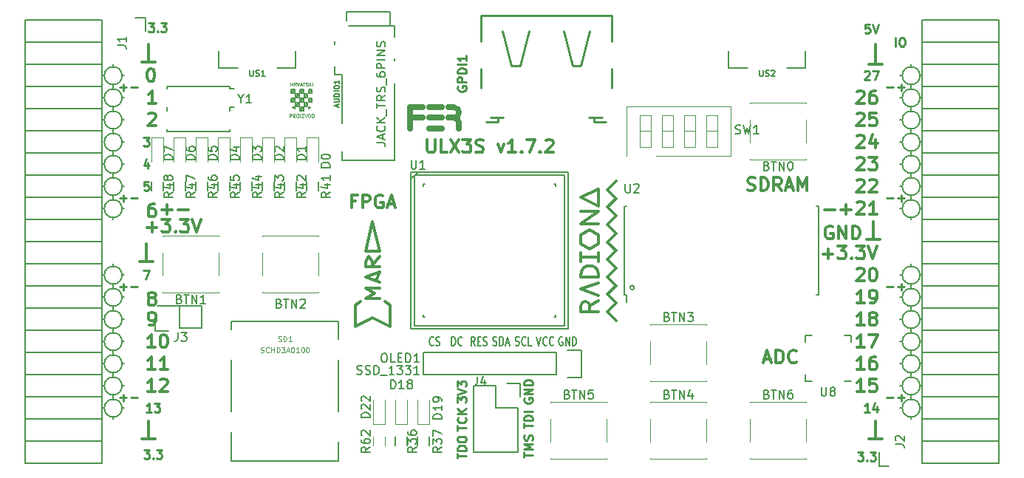
<source format=gto>
G04 #@! TF.FileFunction,Legend,Top*
%FSLAX46Y46*%
G04 Gerber Fmt 4.6, Leading zero omitted, Abs format (unit mm)*
G04 Created by KiCad (PCBNEW 4.0.7+dfsg1-1) date Thu Dec  7 22:47:19 2017*
%MOMM*%
%LPD*%
G01*
G04 APERTURE LIST*
%ADD10C,0.100000*%
%ADD11C,0.250000*%
%ADD12C,0.300000*%
%ADD13C,0.200000*%
%ADD14C,0.150000*%
%ADD15C,0.120000*%
%ADD16C,0.700000*%
%ADD17C,0.254000*%
%ADD18C,0.075000*%
%ADD19C,0.152400*%
%ADD20C,0.124460*%
G04 APERTURE END LIST*
D10*
D11*
X96148000Y-69111429D02*
X96909905Y-69111429D01*
X96528953Y-69492381D02*
X96528953Y-68730476D01*
X97386095Y-69111429D02*
X98148000Y-69111429D01*
X96148000Y-81811429D02*
X96909905Y-81811429D01*
X96528953Y-82192381D02*
X96528953Y-81430476D01*
X97386095Y-81811429D02*
X98148000Y-81811429D01*
X96148000Y-91971429D02*
X96909905Y-91971429D01*
X96528953Y-92352381D02*
X96528953Y-91590476D01*
X97386095Y-91971429D02*
X98148000Y-91971429D01*
X96148000Y-104671429D02*
X96909905Y-104671429D01*
X96528953Y-105052381D02*
X96528953Y-104290476D01*
X97386095Y-104671429D02*
X98148000Y-104671429D01*
X184032000Y-104671429D02*
X184793905Y-104671429D01*
X185270095Y-104671429D02*
X186032000Y-104671429D01*
X185651048Y-105052381D02*
X185651048Y-104290476D01*
X184032000Y-91971429D02*
X184793905Y-91971429D01*
X185270095Y-91971429D02*
X186032000Y-91971429D01*
X185651048Y-92352381D02*
X185651048Y-91590476D01*
X184032000Y-81811429D02*
X184793905Y-81811429D01*
X185270095Y-81811429D02*
X186032000Y-81811429D01*
X185651048Y-82192381D02*
X185651048Y-81430476D01*
X184032000Y-69111429D02*
X184793905Y-69111429D01*
X185270095Y-69111429D02*
X186032000Y-69111429D01*
X185651048Y-69492381D02*
X185651048Y-68730476D01*
X185016191Y-64412381D02*
X185016191Y-63412381D01*
X185682857Y-63412381D02*
X185873334Y-63412381D01*
X185968572Y-63460000D01*
X186063810Y-63555238D01*
X186111429Y-63745714D01*
X186111429Y-64079048D01*
X186063810Y-64269524D01*
X185968572Y-64364762D01*
X185873334Y-64412381D01*
X185682857Y-64412381D01*
X185587619Y-64364762D01*
X185492381Y-64269524D01*
X185444762Y-64079048D01*
X185444762Y-63745714D01*
X185492381Y-63555238D01*
X185587619Y-63460000D01*
X185682857Y-63412381D01*
D12*
X176928000Y-83117143D02*
X178070857Y-83117143D01*
X178785143Y-83117143D02*
X179928000Y-83117143D01*
X179356571Y-83688571D02*
X179356571Y-82545714D01*
D13*
X187826000Y-67770000D02*
G75*
G03X187826000Y-67770000I-1016000J0D01*
G01*
X187826000Y-70310000D02*
G75*
G03X187826000Y-70310000I-1016000J0D01*
G01*
X187826000Y-72850000D02*
G75*
G03X187826000Y-72850000I-1016000J0D01*
G01*
X187826000Y-75390000D02*
G75*
G03X187826000Y-75390000I-1016000J0D01*
G01*
X187826000Y-77930000D02*
G75*
G03X187826000Y-77930000I-1016000J0D01*
G01*
X187826000Y-80470000D02*
G75*
G03X187826000Y-80470000I-1016000J0D01*
G01*
X187826000Y-83010000D02*
G75*
G03X187826000Y-83010000I-1016000J0D01*
G01*
X187826000Y-90630000D02*
G75*
G03X187826000Y-90630000I-1016000J0D01*
G01*
X187826000Y-93170000D02*
G75*
G03X187826000Y-93170000I-1016000J0D01*
G01*
X187826000Y-95710000D02*
G75*
G03X187826000Y-95710000I-1016000J0D01*
G01*
X187826000Y-98250000D02*
G75*
G03X187826000Y-98250000I-1016000J0D01*
G01*
X187826000Y-100790000D02*
G75*
G03X187826000Y-100790000I-1016000J0D01*
G01*
X187826000Y-103330000D02*
G75*
G03X187826000Y-103330000I-1016000J0D01*
G01*
X187826000Y-105870000D02*
G75*
G03X187826000Y-105870000I-1016000J0D01*
G01*
X96386000Y-105870000D02*
G75*
G03X96386000Y-105870000I-1016000J0D01*
G01*
X96386000Y-103330000D02*
G75*
G03X96386000Y-103330000I-1016000J0D01*
G01*
X96386000Y-100790000D02*
G75*
G03X96386000Y-100790000I-1016000J0D01*
G01*
X96386000Y-98250000D02*
G75*
G03X96386000Y-98250000I-1016000J0D01*
G01*
X96386000Y-95710000D02*
G75*
G03X96386000Y-95710000I-1016000J0D01*
G01*
X96386000Y-93170000D02*
G75*
G03X96386000Y-93170000I-1016000J0D01*
G01*
X96386000Y-90630000D02*
G75*
G03X96386000Y-90630000I-1016000J0D01*
G01*
X96386000Y-83010000D02*
G75*
G03X96386000Y-83010000I-1016000J0D01*
G01*
X96386000Y-80470000D02*
G75*
G03X96386000Y-80470000I-1016000J0D01*
G01*
X96386000Y-77930000D02*
G75*
G03X96386000Y-77930000I-1016000J0D01*
G01*
X96386000Y-75390000D02*
G75*
G03X96386000Y-75390000I-1016000J0D01*
G01*
X96386000Y-72850000D02*
G75*
G03X96386000Y-72850000I-1016000J0D01*
G01*
X96386000Y-70310000D02*
G75*
G03X96386000Y-70310000I-1016000J0D01*
G01*
X96386000Y-67770000D02*
G75*
G03X96386000Y-67770000I-1016000J0D01*
G01*
D12*
X177793143Y-85054000D02*
X177650286Y-84982571D01*
X177436000Y-84982571D01*
X177221715Y-85054000D01*
X177078857Y-85196857D01*
X177007429Y-85339714D01*
X176936000Y-85625429D01*
X176936000Y-85839714D01*
X177007429Y-86125429D01*
X177078857Y-86268286D01*
X177221715Y-86411143D01*
X177436000Y-86482571D01*
X177578857Y-86482571D01*
X177793143Y-86411143D01*
X177864572Y-86339714D01*
X177864572Y-85839714D01*
X177578857Y-85839714D01*
X178507429Y-86482571D02*
X178507429Y-84982571D01*
X179364572Y-86482571D01*
X179364572Y-84982571D01*
X180078858Y-86482571D02*
X180078858Y-84982571D01*
X180436001Y-84982571D01*
X180650286Y-85054000D01*
X180793144Y-85196857D01*
X180864572Y-85339714D01*
X180936001Y-85625429D01*
X180936001Y-85839714D01*
X180864572Y-86125429D01*
X180793144Y-86268286D01*
X180650286Y-86411143D01*
X180436001Y-86482571D01*
X180078858Y-86482571D01*
X183254000Y-86566000D02*
X181730000Y-86566000D01*
X182492000Y-84534000D02*
X182492000Y-86566000D01*
X181984000Y-109426000D02*
X183508000Y-109426000D01*
X182746000Y-109426000D02*
X182746000Y-107394000D01*
D11*
X182047524Y-106322381D02*
X181476095Y-106322381D01*
X181761809Y-106322381D02*
X181761809Y-105322381D01*
X181666571Y-105465238D01*
X181571333Y-105560476D01*
X181476095Y-105608095D01*
X182904667Y-105655714D02*
X182904667Y-106322381D01*
X182666571Y-105274762D02*
X182428476Y-105989048D01*
X183047524Y-105989048D01*
X181476095Y-67317619D02*
X181523714Y-67270000D01*
X181618952Y-67222381D01*
X181857048Y-67222381D01*
X181952286Y-67270000D01*
X181999905Y-67317619D01*
X182047524Y-67412857D01*
X182047524Y-67508095D01*
X181999905Y-67650952D01*
X181428476Y-68222381D01*
X182047524Y-68222381D01*
X182380857Y-67222381D02*
X183047524Y-67222381D01*
X182618952Y-68222381D01*
D12*
X181984000Y-66500000D02*
X183508000Y-66500000D01*
X182746000Y-66500000D02*
X182746000Y-64214000D01*
X98672000Y-109426000D02*
X100196000Y-109426000D01*
X99434000Y-107394000D02*
X99434000Y-109426000D01*
D11*
X98846667Y-74842381D02*
X99465715Y-74842381D01*
X99132381Y-75223333D01*
X99275239Y-75223333D01*
X99370477Y-75270952D01*
X99418096Y-75318571D01*
X99465715Y-75413810D01*
X99465715Y-75651905D01*
X99418096Y-75747143D01*
X99370477Y-75794762D01*
X99275239Y-75842381D01*
X98989524Y-75842381D01*
X98894286Y-75794762D01*
X98846667Y-75747143D01*
X99370477Y-77715714D02*
X99370477Y-78382381D01*
X99132381Y-77334762D02*
X98894286Y-78049048D01*
X99513334Y-78049048D01*
X99418096Y-79922381D02*
X98941905Y-79922381D01*
X98894286Y-80398571D01*
X98941905Y-80350952D01*
X99037143Y-80303333D01*
X99275239Y-80303333D01*
X99370477Y-80350952D01*
X99418096Y-80398571D01*
X99465715Y-80493810D01*
X99465715Y-80731905D01*
X99418096Y-80827143D01*
X99370477Y-80874762D01*
X99275239Y-80922381D01*
X99037143Y-80922381D01*
X98941905Y-80874762D01*
X98894286Y-80827143D01*
X99751524Y-106322381D02*
X99180095Y-106322381D01*
X99465809Y-106322381D02*
X99465809Y-105322381D01*
X99370571Y-105465238D01*
X99275333Y-105560476D01*
X99180095Y-105608095D01*
X100084857Y-105322381D02*
X100703905Y-105322381D01*
X100370571Y-105703333D01*
X100513429Y-105703333D01*
X100608667Y-105750952D01*
X100656286Y-105798571D01*
X100703905Y-105893810D01*
X100703905Y-106131905D01*
X100656286Y-106227143D01*
X100608667Y-106274762D01*
X100513429Y-106322381D01*
X100227714Y-106322381D01*
X100132476Y-106274762D01*
X100084857Y-106227143D01*
X98846667Y-90082381D02*
X99513334Y-90082381D01*
X99084762Y-91082381D01*
D12*
X98418000Y-89106000D02*
X99942000Y-89106000D01*
X99180000Y-87074000D02*
X99180000Y-89106000D01*
X98672000Y-66246000D02*
X100196000Y-66246000D01*
X99434000Y-64214000D02*
X99434000Y-66246000D01*
D11*
X99402381Y-61761381D02*
X100021429Y-61761381D01*
X99688095Y-62142333D01*
X99830953Y-62142333D01*
X99926191Y-62189952D01*
X99973810Y-62237571D01*
X100021429Y-62332810D01*
X100021429Y-62570905D01*
X99973810Y-62666143D01*
X99926191Y-62713762D01*
X99830953Y-62761381D01*
X99545238Y-62761381D01*
X99450000Y-62713762D01*
X99402381Y-62666143D01*
X100450000Y-62666143D02*
X100497619Y-62713762D01*
X100450000Y-62761381D01*
X100402381Y-62713762D01*
X100450000Y-62666143D01*
X100450000Y-62761381D01*
X100830952Y-61761381D02*
X101450000Y-61761381D01*
X101116666Y-62142333D01*
X101259524Y-62142333D01*
X101354762Y-62189952D01*
X101402381Y-62237571D01*
X101450000Y-62332810D01*
X101450000Y-62570905D01*
X101402381Y-62666143D01*
X101354762Y-62713762D01*
X101259524Y-62761381D01*
X100973809Y-62761381D01*
X100878571Y-62713762D01*
X100830952Y-62666143D01*
X180682381Y-110910381D02*
X181301429Y-110910381D01*
X180968095Y-111291333D01*
X181110953Y-111291333D01*
X181206191Y-111338952D01*
X181253810Y-111386571D01*
X181301429Y-111481810D01*
X181301429Y-111719905D01*
X181253810Y-111815143D01*
X181206191Y-111862762D01*
X181110953Y-111910381D01*
X180825238Y-111910381D01*
X180730000Y-111862762D01*
X180682381Y-111815143D01*
X181730000Y-111815143D02*
X181777619Y-111862762D01*
X181730000Y-111910381D01*
X181682381Y-111862762D01*
X181730000Y-111815143D01*
X181730000Y-111910381D01*
X182110952Y-110910381D02*
X182730000Y-110910381D01*
X182396666Y-111291333D01*
X182539524Y-111291333D01*
X182634762Y-111338952D01*
X182682381Y-111386571D01*
X182730000Y-111481810D01*
X182730000Y-111719905D01*
X182682381Y-111815143D01*
X182634762Y-111862762D01*
X182539524Y-111910381D01*
X182253809Y-111910381D01*
X182158571Y-111862762D01*
X182110952Y-111815143D01*
D12*
X99228001Y-85149143D02*
X100370858Y-85149143D01*
X99799429Y-85720571D02*
X99799429Y-84577714D01*
X100942287Y-84220571D02*
X101870858Y-84220571D01*
X101370858Y-84792000D01*
X101585144Y-84792000D01*
X101728001Y-84863429D01*
X101799430Y-84934857D01*
X101870858Y-85077714D01*
X101870858Y-85434857D01*
X101799430Y-85577714D01*
X101728001Y-85649143D01*
X101585144Y-85720571D01*
X101156572Y-85720571D01*
X101013715Y-85649143D01*
X100942287Y-85577714D01*
X102513715Y-85577714D02*
X102585143Y-85649143D01*
X102513715Y-85720571D01*
X102442286Y-85649143D01*
X102513715Y-85577714D01*
X102513715Y-85720571D01*
X103085144Y-84220571D02*
X104013715Y-84220571D01*
X103513715Y-84792000D01*
X103728001Y-84792000D01*
X103870858Y-84863429D01*
X103942287Y-84934857D01*
X104013715Y-85077714D01*
X104013715Y-85434857D01*
X103942287Y-85577714D01*
X103870858Y-85649143D01*
X103728001Y-85720571D01*
X103299429Y-85720571D01*
X103156572Y-85649143D01*
X103085144Y-85577714D01*
X104442286Y-84220571D02*
X104942286Y-85720571D01*
X105442286Y-84220571D01*
D11*
X98894381Y-110656381D02*
X99513429Y-110656381D01*
X99180095Y-111037333D01*
X99322953Y-111037333D01*
X99418191Y-111084952D01*
X99465810Y-111132571D01*
X99513429Y-111227810D01*
X99513429Y-111465905D01*
X99465810Y-111561143D01*
X99418191Y-111608762D01*
X99322953Y-111656381D01*
X99037238Y-111656381D01*
X98942000Y-111608762D01*
X98894381Y-111561143D01*
X99942000Y-111561143D02*
X99989619Y-111608762D01*
X99942000Y-111656381D01*
X99894381Y-111608762D01*
X99942000Y-111561143D01*
X99942000Y-111656381D01*
X100322952Y-110656381D02*
X100942000Y-110656381D01*
X100608666Y-111037333D01*
X100751524Y-111037333D01*
X100846762Y-111084952D01*
X100894381Y-111132571D01*
X100942000Y-111227810D01*
X100942000Y-111465905D01*
X100894381Y-111561143D01*
X100846762Y-111608762D01*
X100751524Y-111656381D01*
X100465809Y-111656381D01*
X100370571Y-111608762D01*
X100322952Y-111561143D01*
X182047524Y-61888381D02*
X181571333Y-61888381D01*
X181523714Y-62364571D01*
X181571333Y-62316952D01*
X181666571Y-62269333D01*
X181904667Y-62269333D01*
X181999905Y-62316952D01*
X182047524Y-62364571D01*
X182095143Y-62459810D01*
X182095143Y-62697905D01*
X182047524Y-62793143D01*
X181999905Y-62840762D01*
X181904667Y-62888381D01*
X181666571Y-62888381D01*
X181571333Y-62840762D01*
X181523714Y-62793143D01*
X182380857Y-61888381D02*
X182714190Y-62888381D01*
X183047524Y-61888381D01*
D12*
X180587143Y-69631429D02*
X180658572Y-69560000D01*
X180801429Y-69488571D01*
X181158572Y-69488571D01*
X181301429Y-69560000D01*
X181372858Y-69631429D01*
X181444286Y-69774286D01*
X181444286Y-69917143D01*
X181372858Y-70131429D01*
X180515715Y-70988571D01*
X181444286Y-70988571D01*
X182730000Y-69488571D02*
X182444286Y-69488571D01*
X182301429Y-69560000D01*
X182230000Y-69631429D01*
X182087143Y-69845714D01*
X182015714Y-70131429D01*
X182015714Y-70702857D01*
X182087143Y-70845714D01*
X182158571Y-70917143D01*
X182301429Y-70988571D01*
X182587143Y-70988571D01*
X182730000Y-70917143D01*
X182801429Y-70845714D01*
X182872857Y-70702857D01*
X182872857Y-70345714D01*
X182801429Y-70202857D01*
X182730000Y-70131429D01*
X182587143Y-70060000D01*
X182301429Y-70060000D01*
X182158571Y-70131429D01*
X182087143Y-70202857D01*
X182015714Y-70345714D01*
X180587143Y-72171429D02*
X180658572Y-72100000D01*
X180801429Y-72028571D01*
X181158572Y-72028571D01*
X181301429Y-72100000D01*
X181372858Y-72171429D01*
X181444286Y-72314286D01*
X181444286Y-72457143D01*
X181372858Y-72671429D01*
X180515715Y-73528571D01*
X181444286Y-73528571D01*
X182801429Y-72028571D02*
X182087143Y-72028571D01*
X182015714Y-72742857D01*
X182087143Y-72671429D01*
X182230000Y-72600000D01*
X182587143Y-72600000D01*
X182730000Y-72671429D01*
X182801429Y-72742857D01*
X182872857Y-72885714D01*
X182872857Y-73242857D01*
X182801429Y-73385714D01*
X182730000Y-73457143D01*
X182587143Y-73528571D01*
X182230000Y-73528571D01*
X182087143Y-73457143D01*
X182015714Y-73385714D01*
X180587143Y-74711429D02*
X180658572Y-74640000D01*
X180801429Y-74568571D01*
X181158572Y-74568571D01*
X181301429Y-74640000D01*
X181372858Y-74711429D01*
X181444286Y-74854286D01*
X181444286Y-74997143D01*
X181372858Y-75211429D01*
X180515715Y-76068571D01*
X181444286Y-76068571D01*
X182730000Y-75068571D02*
X182730000Y-76068571D01*
X182372857Y-74497143D02*
X182015714Y-75568571D01*
X182944286Y-75568571D01*
X180587143Y-77251429D02*
X180658572Y-77180000D01*
X180801429Y-77108571D01*
X181158572Y-77108571D01*
X181301429Y-77180000D01*
X181372858Y-77251429D01*
X181444286Y-77394286D01*
X181444286Y-77537143D01*
X181372858Y-77751429D01*
X180515715Y-78608571D01*
X181444286Y-78608571D01*
X181944286Y-77108571D02*
X182872857Y-77108571D01*
X182372857Y-77680000D01*
X182587143Y-77680000D01*
X182730000Y-77751429D01*
X182801429Y-77822857D01*
X182872857Y-77965714D01*
X182872857Y-78322857D01*
X182801429Y-78465714D01*
X182730000Y-78537143D01*
X182587143Y-78608571D01*
X182158571Y-78608571D01*
X182015714Y-78537143D01*
X181944286Y-78465714D01*
X180587143Y-79791429D02*
X180658572Y-79720000D01*
X180801429Y-79648571D01*
X181158572Y-79648571D01*
X181301429Y-79720000D01*
X181372858Y-79791429D01*
X181444286Y-79934286D01*
X181444286Y-80077143D01*
X181372858Y-80291429D01*
X180515715Y-81148571D01*
X181444286Y-81148571D01*
X182015714Y-79791429D02*
X182087143Y-79720000D01*
X182230000Y-79648571D01*
X182587143Y-79648571D01*
X182730000Y-79720000D01*
X182801429Y-79791429D01*
X182872857Y-79934286D01*
X182872857Y-80077143D01*
X182801429Y-80291429D01*
X181944286Y-81148571D01*
X182872857Y-81148571D01*
X180587143Y-82331429D02*
X180658572Y-82260000D01*
X180801429Y-82188571D01*
X181158572Y-82188571D01*
X181301429Y-82260000D01*
X181372858Y-82331429D01*
X181444286Y-82474286D01*
X181444286Y-82617143D01*
X181372858Y-82831429D01*
X180515715Y-83688571D01*
X181444286Y-83688571D01*
X182872857Y-83688571D02*
X182015714Y-83688571D01*
X182444286Y-83688571D02*
X182444286Y-82188571D01*
X182301429Y-82402857D01*
X182158571Y-82545714D01*
X182015714Y-82617143D01*
X176698001Y-88197143D02*
X177840858Y-88197143D01*
X177269429Y-88768571D02*
X177269429Y-87625714D01*
X178412287Y-87268571D02*
X179340858Y-87268571D01*
X178840858Y-87840000D01*
X179055144Y-87840000D01*
X179198001Y-87911429D01*
X179269430Y-87982857D01*
X179340858Y-88125714D01*
X179340858Y-88482857D01*
X179269430Y-88625714D01*
X179198001Y-88697143D01*
X179055144Y-88768571D01*
X178626572Y-88768571D01*
X178483715Y-88697143D01*
X178412287Y-88625714D01*
X179983715Y-88625714D02*
X180055143Y-88697143D01*
X179983715Y-88768571D01*
X179912286Y-88697143D01*
X179983715Y-88625714D01*
X179983715Y-88768571D01*
X180555144Y-87268571D02*
X181483715Y-87268571D01*
X180983715Y-87840000D01*
X181198001Y-87840000D01*
X181340858Y-87911429D01*
X181412287Y-87982857D01*
X181483715Y-88125714D01*
X181483715Y-88482857D01*
X181412287Y-88625714D01*
X181340858Y-88697143D01*
X181198001Y-88768571D01*
X180769429Y-88768571D01*
X180626572Y-88697143D01*
X180555144Y-88625714D01*
X181912286Y-87268571D02*
X182412286Y-88768571D01*
X182912286Y-87268571D01*
X180587143Y-89951429D02*
X180658572Y-89880000D01*
X180801429Y-89808571D01*
X181158572Y-89808571D01*
X181301429Y-89880000D01*
X181372858Y-89951429D01*
X181444286Y-90094286D01*
X181444286Y-90237143D01*
X181372858Y-90451429D01*
X180515715Y-91308571D01*
X181444286Y-91308571D01*
X182372857Y-89808571D02*
X182515714Y-89808571D01*
X182658571Y-89880000D01*
X182730000Y-89951429D01*
X182801429Y-90094286D01*
X182872857Y-90380000D01*
X182872857Y-90737143D01*
X182801429Y-91022857D01*
X182730000Y-91165714D01*
X182658571Y-91237143D01*
X182515714Y-91308571D01*
X182372857Y-91308571D01*
X182230000Y-91237143D01*
X182158571Y-91165714D01*
X182087143Y-91022857D01*
X182015714Y-90737143D01*
X182015714Y-90380000D01*
X182087143Y-90094286D01*
X182158571Y-89951429D01*
X182230000Y-89880000D01*
X182372857Y-89808571D01*
X181444286Y-93848571D02*
X180587143Y-93848571D01*
X181015715Y-93848571D02*
X181015715Y-92348571D01*
X180872858Y-92562857D01*
X180730000Y-92705714D01*
X180587143Y-92777143D01*
X182158571Y-93848571D02*
X182444286Y-93848571D01*
X182587143Y-93777143D01*
X182658571Y-93705714D01*
X182801429Y-93491429D01*
X182872857Y-93205714D01*
X182872857Y-92634286D01*
X182801429Y-92491429D01*
X182730000Y-92420000D01*
X182587143Y-92348571D01*
X182301429Y-92348571D01*
X182158571Y-92420000D01*
X182087143Y-92491429D01*
X182015714Y-92634286D01*
X182015714Y-92991429D01*
X182087143Y-93134286D01*
X182158571Y-93205714D01*
X182301429Y-93277143D01*
X182587143Y-93277143D01*
X182730000Y-93205714D01*
X182801429Y-93134286D01*
X182872857Y-92991429D01*
X181444286Y-96388571D02*
X180587143Y-96388571D01*
X181015715Y-96388571D02*
X181015715Y-94888571D01*
X180872858Y-95102857D01*
X180730000Y-95245714D01*
X180587143Y-95317143D01*
X182301429Y-95531429D02*
X182158571Y-95460000D01*
X182087143Y-95388571D01*
X182015714Y-95245714D01*
X182015714Y-95174286D01*
X182087143Y-95031429D01*
X182158571Y-94960000D01*
X182301429Y-94888571D01*
X182587143Y-94888571D01*
X182730000Y-94960000D01*
X182801429Y-95031429D01*
X182872857Y-95174286D01*
X182872857Y-95245714D01*
X182801429Y-95388571D01*
X182730000Y-95460000D01*
X182587143Y-95531429D01*
X182301429Y-95531429D01*
X182158571Y-95602857D01*
X182087143Y-95674286D01*
X182015714Y-95817143D01*
X182015714Y-96102857D01*
X182087143Y-96245714D01*
X182158571Y-96317143D01*
X182301429Y-96388571D01*
X182587143Y-96388571D01*
X182730000Y-96317143D01*
X182801429Y-96245714D01*
X182872857Y-96102857D01*
X182872857Y-95817143D01*
X182801429Y-95674286D01*
X182730000Y-95602857D01*
X182587143Y-95531429D01*
X181444286Y-98928571D02*
X180587143Y-98928571D01*
X181015715Y-98928571D02*
X181015715Y-97428571D01*
X180872858Y-97642857D01*
X180730000Y-97785714D01*
X180587143Y-97857143D01*
X181944286Y-97428571D02*
X182944286Y-97428571D01*
X182301429Y-98928571D01*
X181444286Y-101468571D02*
X180587143Y-101468571D01*
X181015715Y-101468571D02*
X181015715Y-99968571D01*
X180872858Y-100182857D01*
X180730000Y-100325714D01*
X180587143Y-100397143D01*
X182730000Y-99968571D02*
X182444286Y-99968571D01*
X182301429Y-100040000D01*
X182230000Y-100111429D01*
X182087143Y-100325714D01*
X182015714Y-100611429D01*
X182015714Y-101182857D01*
X182087143Y-101325714D01*
X182158571Y-101397143D01*
X182301429Y-101468571D01*
X182587143Y-101468571D01*
X182730000Y-101397143D01*
X182801429Y-101325714D01*
X182872857Y-101182857D01*
X182872857Y-100825714D01*
X182801429Y-100682857D01*
X182730000Y-100611429D01*
X182587143Y-100540000D01*
X182301429Y-100540000D01*
X182158571Y-100611429D01*
X182087143Y-100682857D01*
X182015714Y-100825714D01*
X181444286Y-104008571D02*
X180587143Y-104008571D01*
X181015715Y-104008571D02*
X181015715Y-102508571D01*
X180872858Y-102722857D01*
X180730000Y-102865714D01*
X180587143Y-102937143D01*
X182801429Y-102508571D02*
X182087143Y-102508571D01*
X182015714Y-103222857D01*
X182087143Y-103151429D01*
X182230000Y-103080000D01*
X182587143Y-103080000D01*
X182730000Y-103151429D01*
X182801429Y-103222857D01*
X182872857Y-103365714D01*
X182872857Y-103722857D01*
X182801429Y-103865714D01*
X182730000Y-103937143D01*
X182587143Y-104008571D01*
X182230000Y-104008571D01*
X182087143Y-103937143D01*
X182015714Y-103865714D01*
D13*
X186810000Y-66500000D02*
X186810000Y-66754000D01*
X187826000Y-67770000D02*
X188080000Y-67770000D01*
X185540000Y-67770000D02*
X185794000Y-67770000D01*
X186810000Y-69294000D02*
X186810000Y-68786000D01*
X187826000Y-70310000D02*
X188080000Y-70310000D01*
X185540000Y-70310000D02*
X185794000Y-70310000D01*
X186810000Y-71326000D02*
X186810000Y-71834000D01*
X187826000Y-72850000D02*
X188080000Y-72850000D01*
X185540000Y-72850000D02*
X185794000Y-72850000D01*
X186810000Y-73866000D02*
X186810000Y-74374000D01*
X187826000Y-75390000D02*
X188080000Y-75390000D01*
X185540000Y-75390000D02*
X185794000Y-75390000D01*
X186810000Y-76406000D02*
X186810000Y-76914000D01*
X187826000Y-77930000D02*
X188080000Y-77930000D01*
X185540000Y-77930000D02*
X185794000Y-77930000D01*
X186810000Y-79454000D02*
X186810000Y-78946000D01*
X187826000Y-80470000D02*
X188080000Y-80470000D01*
X185540000Y-80470000D02*
X185794000Y-80470000D01*
X186810000Y-81994000D02*
X186810000Y-81486000D01*
X187826000Y-83010000D02*
X188080000Y-83010000D01*
X185540000Y-83010000D02*
X185794000Y-83010000D01*
X186810000Y-84026000D02*
X186810000Y-84280000D01*
X186810000Y-89360000D02*
X186810000Y-89614000D01*
X187826000Y-90630000D02*
X188080000Y-90630000D01*
X185540000Y-90630000D02*
X185794000Y-90630000D01*
X186810000Y-91646000D02*
X186810000Y-92154000D01*
X187826000Y-93170000D02*
X188080000Y-93170000D01*
X185540000Y-93170000D02*
X185794000Y-93170000D01*
X186810000Y-94186000D02*
X186810000Y-94694000D01*
X187826000Y-95710000D02*
X188080000Y-95710000D01*
X185540000Y-95710000D02*
X185794000Y-95710000D01*
X186810000Y-97234000D02*
X186810000Y-96726000D01*
X187826000Y-98250000D02*
X188080000Y-98250000D01*
X185540000Y-98250000D02*
X185794000Y-98250000D01*
X187826000Y-100790000D02*
X188080000Y-100790000D01*
X185540000Y-100790000D02*
X185794000Y-100790000D01*
X186810000Y-99266000D02*
X186810000Y-99774000D01*
X186810000Y-102314000D02*
X186810000Y-101806000D01*
X187826000Y-103330000D02*
X188080000Y-103330000D01*
X185540000Y-103330000D02*
X185794000Y-103330000D01*
X186810000Y-104346000D02*
X186810000Y-104854000D01*
X185540000Y-105870000D02*
X185794000Y-105870000D01*
X187826000Y-105870000D02*
X188080000Y-105870000D01*
X186810000Y-106886000D02*
X186810000Y-107140000D01*
X95370000Y-66754000D02*
X95370000Y-66500000D01*
X96386000Y-67770000D02*
X96640000Y-67770000D01*
X94100000Y-67770000D02*
X94354000Y-67770000D01*
X95370000Y-68786000D02*
X95370000Y-69294000D01*
X96386000Y-70310000D02*
X96640000Y-70310000D01*
X94100000Y-70310000D02*
X94354000Y-70310000D01*
X95370000Y-71326000D02*
X95370000Y-71834000D01*
X96386000Y-72850000D02*
X96640000Y-72850000D01*
X94100000Y-72850000D02*
X94354000Y-72850000D01*
X95370000Y-73866000D02*
X95370000Y-74374000D01*
X96386000Y-75390000D02*
X96640000Y-75390000D01*
X95370000Y-76406000D02*
X95370000Y-76914000D01*
X96386000Y-77930000D02*
X96640000Y-77930000D01*
X94100000Y-77930000D02*
X94354000Y-77930000D01*
X95370000Y-79454000D02*
X95370000Y-78946000D01*
X96386000Y-80470000D02*
X96640000Y-80470000D01*
X94100000Y-80470000D02*
X94354000Y-80470000D01*
X95370000Y-81486000D02*
X95370000Y-81994000D01*
X96386000Y-83010000D02*
X96640000Y-83010000D01*
X95370000Y-84026000D02*
X95370000Y-84280000D01*
X94100000Y-83010000D02*
X94354000Y-83010000D01*
X95370000Y-106886000D02*
X95370000Y-107140000D01*
X95370000Y-89360000D02*
X95370000Y-89614000D01*
X96386000Y-93170000D02*
X96640000Y-93170000D01*
X94100000Y-93170000D02*
X94354000Y-93170000D01*
X95370000Y-94186000D02*
X95370000Y-94694000D01*
X94100000Y-90630000D02*
X94354000Y-90630000D01*
X96386000Y-90630000D02*
X96640000Y-90630000D01*
X95370000Y-92154000D02*
X95370000Y-91646000D01*
X96386000Y-95710000D02*
X96640000Y-95710000D01*
X94100000Y-95710000D02*
X94354000Y-95710000D01*
X96386000Y-98250000D02*
X96640000Y-98250000D01*
X94354000Y-98250000D02*
X94100000Y-98250000D01*
X95370000Y-96726000D02*
X95370000Y-97234000D01*
X95370000Y-99266000D02*
X95370000Y-99774000D01*
X94100000Y-100790000D02*
X94354000Y-100790000D01*
X96386000Y-100790000D02*
X96640000Y-100790000D01*
X94100000Y-103330000D02*
X94354000Y-103330000D01*
X96386000Y-103330000D02*
X96640000Y-103330000D01*
X95370000Y-101806000D02*
X95370000Y-102314000D01*
X95370000Y-104346000D02*
X95370000Y-104854000D01*
X96386000Y-105870000D02*
X96640000Y-105870000D01*
X94100000Y-105870000D02*
X94354000Y-105870000D01*
D12*
X100982000Y-83117143D02*
X102124857Y-83117143D01*
X101553428Y-83688571D02*
X101553428Y-82545714D01*
X102839143Y-83117143D02*
X103982000Y-83117143D01*
X100164286Y-104008571D02*
X99307143Y-104008571D01*
X99735715Y-104008571D02*
X99735715Y-102508571D01*
X99592858Y-102722857D01*
X99450000Y-102865714D01*
X99307143Y-102937143D01*
X100735714Y-102651429D02*
X100807143Y-102580000D01*
X100950000Y-102508571D01*
X101307143Y-102508571D01*
X101450000Y-102580000D01*
X101521429Y-102651429D01*
X101592857Y-102794286D01*
X101592857Y-102937143D01*
X101521429Y-103151429D01*
X100664286Y-104008571D01*
X101592857Y-104008571D01*
X100164286Y-101468571D02*
X99307143Y-101468571D01*
X99735715Y-101468571D02*
X99735715Y-99968571D01*
X99592858Y-100182857D01*
X99450000Y-100325714D01*
X99307143Y-100397143D01*
X101592857Y-101468571D02*
X100735714Y-101468571D01*
X101164286Y-101468571D02*
X101164286Y-99968571D01*
X101021429Y-100182857D01*
X100878571Y-100325714D01*
X100735714Y-100397143D01*
X100164286Y-98928571D02*
X99307143Y-98928571D01*
X99735715Y-98928571D02*
X99735715Y-97428571D01*
X99592858Y-97642857D01*
X99450000Y-97785714D01*
X99307143Y-97857143D01*
X101092857Y-97428571D02*
X101235714Y-97428571D01*
X101378571Y-97500000D01*
X101450000Y-97571429D01*
X101521429Y-97714286D01*
X101592857Y-98000000D01*
X101592857Y-98357143D01*
X101521429Y-98642857D01*
X101450000Y-98785714D01*
X101378571Y-98857143D01*
X101235714Y-98928571D01*
X101092857Y-98928571D01*
X100950000Y-98857143D01*
X100878571Y-98785714D01*
X100807143Y-98642857D01*
X100735714Y-98357143D01*
X100735714Y-98000000D01*
X100807143Y-97714286D01*
X100878571Y-97571429D01*
X100950000Y-97500000D01*
X101092857Y-97428571D01*
X99529286Y-96388571D02*
X99815001Y-96388571D01*
X99957858Y-96317143D01*
X100029286Y-96245714D01*
X100172144Y-96031429D01*
X100243572Y-95745714D01*
X100243572Y-95174286D01*
X100172144Y-95031429D01*
X100100715Y-94960000D01*
X99957858Y-94888571D01*
X99672144Y-94888571D01*
X99529286Y-94960000D01*
X99457858Y-95031429D01*
X99386429Y-95174286D01*
X99386429Y-95531429D01*
X99457858Y-95674286D01*
X99529286Y-95745714D01*
X99672144Y-95817143D01*
X99957858Y-95817143D01*
X100100715Y-95745714D01*
X100172144Y-95674286D01*
X100243572Y-95531429D01*
X99672144Y-93245429D02*
X99529286Y-93174000D01*
X99457858Y-93102571D01*
X99386429Y-92959714D01*
X99386429Y-92888286D01*
X99457858Y-92745429D01*
X99529286Y-92674000D01*
X99672144Y-92602571D01*
X99957858Y-92602571D01*
X100100715Y-92674000D01*
X100172144Y-92745429D01*
X100243572Y-92888286D01*
X100243572Y-92959714D01*
X100172144Y-93102571D01*
X100100715Y-93174000D01*
X99957858Y-93245429D01*
X99672144Y-93245429D01*
X99529286Y-93316857D01*
X99457858Y-93388286D01*
X99386429Y-93531143D01*
X99386429Y-93816857D01*
X99457858Y-93959714D01*
X99529286Y-94031143D01*
X99672144Y-94102571D01*
X99957858Y-94102571D01*
X100100715Y-94031143D01*
X100172144Y-93959714D01*
X100243572Y-93816857D01*
X100243572Y-93531143D01*
X100172144Y-93388286D01*
X100100715Y-93316857D01*
X99957858Y-93245429D01*
X100100715Y-82442571D02*
X99815001Y-82442571D01*
X99672144Y-82514000D01*
X99600715Y-82585429D01*
X99457858Y-82799714D01*
X99386429Y-83085429D01*
X99386429Y-83656857D01*
X99457858Y-83799714D01*
X99529286Y-83871143D01*
X99672144Y-83942571D01*
X99957858Y-83942571D01*
X100100715Y-83871143D01*
X100172144Y-83799714D01*
X100243572Y-83656857D01*
X100243572Y-83299714D01*
X100172144Y-83156857D01*
X100100715Y-83085429D01*
X99957858Y-83014000D01*
X99672144Y-83014000D01*
X99529286Y-83085429D01*
X99457858Y-83156857D01*
X99386429Y-83299714D01*
X99386429Y-72171429D02*
X99457858Y-72100000D01*
X99600715Y-72028571D01*
X99957858Y-72028571D01*
X100100715Y-72100000D01*
X100172144Y-72171429D01*
X100243572Y-72314286D01*
X100243572Y-72457143D01*
X100172144Y-72671429D01*
X99315001Y-73528571D01*
X100243572Y-73528571D01*
X100243572Y-70988571D02*
X99386429Y-70988571D01*
X99815001Y-70988571D02*
X99815001Y-69488571D01*
X99672144Y-69702857D01*
X99529286Y-69845714D01*
X99386429Y-69917143D01*
X99616572Y-66948571D02*
X99759429Y-66948571D01*
X99902286Y-67020000D01*
X99973715Y-67091429D01*
X100045144Y-67234286D01*
X100116572Y-67520000D01*
X100116572Y-67877143D01*
X100045144Y-68162857D01*
X99973715Y-68305714D01*
X99902286Y-68377143D01*
X99759429Y-68448571D01*
X99616572Y-68448571D01*
X99473715Y-68377143D01*
X99402286Y-68305714D01*
X99330858Y-68162857D01*
X99259429Y-67877143D01*
X99259429Y-67520000D01*
X99330858Y-67234286D01*
X99402286Y-67091429D01*
X99473715Y-67020000D01*
X99616572Y-66948571D01*
X131371430Y-75076571D02*
X131371430Y-76290857D01*
X131442858Y-76433714D01*
X131514287Y-76505143D01*
X131657144Y-76576571D01*
X131942858Y-76576571D01*
X132085716Y-76505143D01*
X132157144Y-76433714D01*
X132228573Y-76290857D01*
X132228573Y-75076571D01*
X133657145Y-76576571D02*
X132942859Y-76576571D01*
X132942859Y-75076571D01*
X134014288Y-75076571D02*
X135014288Y-76576571D01*
X135014288Y-75076571D02*
X134014288Y-76576571D01*
X135442859Y-75076571D02*
X136371430Y-75076571D01*
X135871430Y-75648000D01*
X136085716Y-75648000D01*
X136228573Y-75719429D01*
X136300002Y-75790857D01*
X136371430Y-75933714D01*
X136371430Y-76290857D01*
X136300002Y-76433714D01*
X136228573Y-76505143D01*
X136085716Y-76576571D01*
X135657144Y-76576571D01*
X135514287Y-76505143D01*
X135442859Y-76433714D01*
X136942858Y-76505143D02*
X137157144Y-76576571D01*
X137514287Y-76576571D01*
X137657144Y-76505143D01*
X137728573Y-76433714D01*
X137800001Y-76290857D01*
X137800001Y-76148000D01*
X137728573Y-76005143D01*
X137657144Y-75933714D01*
X137514287Y-75862286D01*
X137228573Y-75790857D01*
X137085715Y-75719429D01*
X137014287Y-75648000D01*
X136942858Y-75505143D01*
X136942858Y-75362286D01*
X137014287Y-75219429D01*
X137085715Y-75148000D01*
X137228573Y-75076571D01*
X137585715Y-75076571D01*
X137800001Y-75148000D01*
X139442858Y-75576571D02*
X139800001Y-76576571D01*
X140157143Y-75576571D01*
X141514286Y-76576571D02*
X140657143Y-76576571D01*
X141085715Y-76576571D02*
X141085715Y-75076571D01*
X140942858Y-75290857D01*
X140800000Y-75433714D01*
X140657143Y-75505143D01*
X142157143Y-76433714D02*
X142228571Y-76505143D01*
X142157143Y-76576571D01*
X142085714Y-76505143D01*
X142157143Y-76433714D01*
X142157143Y-76576571D01*
X142728572Y-75076571D02*
X143728572Y-75076571D01*
X143085715Y-76576571D01*
X144300000Y-76433714D02*
X144371428Y-76505143D01*
X144300000Y-76576571D01*
X144228571Y-76505143D01*
X144300000Y-76433714D01*
X144300000Y-76576571D01*
X144942857Y-75219429D02*
X145014286Y-75148000D01*
X145157143Y-75076571D01*
X145514286Y-75076571D01*
X145657143Y-75148000D01*
X145728572Y-75219429D01*
X145800000Y-75362286D01*
X145800000Y-75505143D01*
X145728572Y-75719429D01*
X144871429Y-76576571D01*
X145800000Y-76576571D01*
X123159429Y-82140857D02*
X122659429Y-82140857D01*
X122659429Y-82926571D02*
X122659429Y-81426571D01*
X123373715Y-81426571D01*
X123945143Y-82926571D02*
X123945143Y-81426571D01*
X124516571Y-81426571D01*
X124659429Y-81498000D01*
X124730857Y-81569429D01*
X124802286Y-81712286D01*
X124802286Y-81926571D01*
X124730857Y-82069429D01*
X124659429Y-82140857D01*
X124516571Y-82212286D01*
X123945143Y-82212286D01*
X126230857Y-81498000D02*
X126088000Y-81426571D01*
X125873714Y-81426571D01*
X125659429Y-81498000D01*
X125516571Y-81640857D01*
X125445143Y-81783714D01*
X125373714Y-82069429D01*
X125373714Y-82283714D01*
X125445143Y-82569429D01*
X125516571Y-82712286D01*
X125659429Y-82855143D01*
X125873714Y-82926571D01*
X126016571Y-82926571D01*
X126230857Y-82855143D01*
X126302286Y-82783714D01*
X126302286Y-82283714D01*
X126016571Y-82283714D01*
X126873714Y-82498000D02*
X127588000Y-82498000D01*
X126730857Y-82926571D02*
X127230857Y-81426571D01*
X127730857Y-82926571D01*
X168077929Y-80886643D02*
X168292215Y-80958071D01*
X168649358Y-80958071D01*
X168792215Y-80886643D01*
X168863644Y-80815214D01*
X168935072Y-80672357D01*
X168935072Y-80529500D01*
X168863644Y-80386643D01*
X168792215Y-80315214D01*
X168649358Y-80243786D01*
X168363644Y-80172357D01*
X168220786Y-80100929D01*
X168149358Y-80029500D01*
X168077929Y-79886643D01*
X168077929Y-79743786D01*
X168149358Y-79600929D01*
X168220786Y-79529500D01*
X168363644Y-79458071D01*
X168720786Y-79458071D01*
X168935072Y-79529500D01*
X169577929Y-80958071D02*
X169577929Y-79458071D01*
X169935072Y-79458071D01*
X170149357Y-79529500D01*
X170292215Y-79672357D01*
X170363643Y-79815214D01*
X170435072Y-80100929D01*
X170435072Y-80315214D01*
X170363643Y-80600929D01*
X170292215Y-80743786D01*
X170149357Y-80886643D01*
X169935072Y-80958071D01*
X169577929Y-80958071D01*
X171935072Y-80958071D02*
X171435072Y-80243786D01*
X171077929Y-80958071D02*
X171077929Y-79458071D01*
X171649357Y-79458071D01*
X171792215Y-79529500D01*
X171863643Y-79600929D01*
X171935072Y-79743786D01*
X171935072Y-79958071D01*
X171863643Y-80100929D01*
X171792215Y-80172357D01*
X171649357Y-80243786D01*
X171077929Y-80243786D01*
X172506500Y-80529500D02*
X173220786Y-80529500D01*
X172363643Y-80958071D02*
X172863643Y-79458071D01*
X173363643Y-80958071D01*
X173863643Y-80958071D02*
X173863643Y-79458071D01*
X174363643Y-80529500D01*
X174863643Y-79458071D01*
X174863643Y-80958071D01*
X169966857Y-100278000D02*
X170681143Y-100278000D01*
X169824000Y-100706571D02*
X170324000Y-99206571D01*
X170824000Y-100706571D01*
X171324000Y-100706571D02*
X171324000Y-99206571D01*
X171681143Y-99206571D01*
X171895428Y-99278000D01*
X172038286Y-99420857D01*
X172109714Y-99563714D01*
X172181143Y-99849429D01*
X172181143Y-100063714D01*
X172109714Y-100349429D01*
X172038286Y-100492286D01*
X171895428Y-100635143D01*
X171681143Y-100706571D01*
X171324000Y-100706571D01*
X173681143Y-100563714D02*
X173609714Y-100635143D01*
X173395428Y-100706571D01*
X173252571Y-100706571D01*
X173038286Y-100635143D01*
X172895428Y-100492286D01*
X172824000Y-100349429D01*
X172752571Y-100063714D01*
X172752571Y-99849429D01*
X172824000Y-99563714D01*
X172895428Y-99420857D01*
X173038286Y-99278000D01*
X173252571Y-99206571D01*
X173395428Y-99206571D01*
X173609714Y-99278000D01*
X173681143Y-99349429D01*
D11*
X142447381Y-111521333D02*
X142447381Y-110949904D01*
X143447381Y-111235619D02*
X142447381Y-111235619D01*
X143447381Y-110616571D02*
X142447381Y-110616571D01*
X143161667Y-110283237D01*
X142447381Y-109949904D01*
X143447381Y-109949904D01*
X143399762Y-109521333D02*
X143447381Y-109378476D01*
X143447381Y-109140380D01*
X143399762Y-109045142D01*
X143352143Y-108997523D01*
X143256905Y-108949904D01*
X143161667Y-108949904D01*
X143066429Y-108997523D01*
X143018810Y-109045142D01*
X142971190Y-109140380D01*
X142923571Y-109330857D01*
X142875952Y-109426095D01*
X142828333Y-109473714D01*
X142733095Y-109521333D01*
X142637857Y-109521333D01*
X142542619Y-109473714D01*
X142495000Y-109426095D01*
X142447381Y-109330857D01*
X142447381Y-109092761D01*
X142495000Y-108949904D01*
X142447381Y-108163809D02*
X142447381Y-107592380D01*
X143447381Y-107878095D02*
X142447381Y-107878095D01*
X143447381Y-107259047D02*
X142447381Y-107259047D01*
X142447381Y-107020952D01*
X142495000Y-106878094D01*
X142590238Y-106782856D01*
X142685476Y-106735237D01*
X142875952Y-106687618D01*
X143018810Y-106687618D01*
X143209286Y-106735237D01*
X143304524Y-106782856D01*
X143399762Y-106878094D01*
X143447381Y-107020952D01*
X143447381Y-107259047D01*
X143447381Y-106259047D02*
X142447381Y-106259047D01*
X142495000Y-104726904D02*
X142447381Y-104822142D01*
X142447381Y-104964999D01*
X142495000Y-105107857D01*
X142590238Y-105203095D01*
X142685476Y-105250714D01*
X142875952Y-105298333D01*
X143018810Y-105298333D01*
X143209286Y-105250714D01*
X143304524Y-105203095D01*
X143399762Y-105107857D01*
X143447381Y-104964999D01*
X143447381Y-104869761D01*
X143399762Y-104726904D01*
X143352143Y-104679285D01*
X143018810Y-104679285D01*
X143018810Y-104869761D01*
X143447381Y-104250714D02*
X142447381Y-104250714D01*
X143447381Y-103679285D01*
X142447381Y-103679285D01*
X143447381Y-103203095D02*
X142447381Y-103203095D01*
X142447381Y-102965000D01*
X142495000Y-102822142D01*
X142590238Y-102726904D01*
X142685476Y-102679285D01*
X142875952Y-102631666D01*
X143018810Y-102631666D01*
X143209286Y-102679285D01*
X143304524Y-102726904D01*
X143399762Y-102822142D01*
X143447381Y-102965000D01*
X143447381Y-103203095D01*
X134827381Y-111624524D02*
X134827381Y-111053095D01*
X135827381Y-111338810D02*
X134827381Y-111338810D01*
X135827381Y-110719762D02*
X134827381Y-110719762D01*
X134827381Y-110481667D01*
X134875000Y-110338809D01*
X134970238Y-110243571D01*
X135065476Y-110195952D01*
X135255952Y-110148333D01*
X135398810Y-110148333D01*
X135589286Y-110195952D01*
X135684524Y-110243571D01*
X135779762Y-110338809D01*
X135827381Y-110481667D01*
X135827381Y-110719762D01*
X134827381Y-109529286D02*
X134827381Y-109338809D01*
X134875000Y-109243571D01*
X134970238Y-109148333D01*
X135160714Y-109100714D01*
X135494048Y-109100714D01*
X135684524Y-109148333D01*
X135779762Y-109243571D01*
X135827381Y-109338809D01*
X135827381Y-109529286D01*
X135779762Y-109624524D01*
X135684524Y-109719762D01*
X135494048Y-109767381D01*
X135160714Y-109767381D01*
X134970238Y-109719762D01*
X134875000Y-109624524D01*
X134827381Y-109529286D01*
X134827381Y-108425714D02*
X134827381Y-107854285D01*
X135827381Y-108140000D02*
X134827381Y-108140000D01*
X135732143Y-106949523D02*
X135779762Y-106997142D01*
X135827381Y-107139999D01*
X135827381Y-107235237D01*
X135779762Y-107378095D01*
X135684524Y-107473333D01*
X135589286Y-107520952D01*
X135398810Y-107568571D01*
X135255952Y-107568571D01*
X135065476Y-107520952D01*
X134970238Y-107473333D01*
X134875000Y-107378095D01*
X134827381Y-107235237D01*
X134827381Y-107139999D01*
X134875000Y-106997142D01*
X134922619Y-106949523D01*
X135827381Y-106520952D02*
X134827381Y-106520952D01*
X135827381Y-105949523D02*
X135255952Y-106378095D01*
X134827381Y-105949523D02*
X135398810Y-106520952D01*
X134827381Y-105203095D02*
X134827381Y-104584047D01*
X135208333Y-104917381D01*
X135208333Y-104774523D01*
X135255952Y-104679285D01*
X135303571Y-104631666D01*
X135398810Y-104584047D01*
X135636905Y-104584047D01*
X135732143Y-104631666D01*
X135779762Y-104679285D01*
X135827381Y-104774523D01*
X135827381Y-105060238D01*
X135779762Y-105155476D01*
X135732143Y-105203095D01*
X134827381Y-104298333D02*
X135827381Y-103965000D01*
X134827381Y-103631666D01*
X134827381Y-103393571D02*
X134827381Y-102774523D01*
X135208333Y-103107857D01*
X135208333Y-102964999D01*
X135255952Y-102869761D01*
X135303571Y-102822142D01*
X135398810Y-102774523D01*
X135636905Y-102774523D01*
X135732143Y-102822142D01*
X135779762Y-102869761D01*
X135827381Y-102964999D01*
X135827381Y-103250714D01*
X135779762Y-103345952D01*
X135732143Y-103393571D01*
D14*
X85270000Y-112220000D02*
X94100000Y-112220000D01*
X85270000Y-109680000D02*
X85270000Y-112220000D01*
X94100000Y-109680000D02*
X94100000Y-112220000D01*
X94100000Y-112220000D02*
X85270000Y-112220000D01*
X94100000Y-109680000D02*
X85270000Y-109680000D01*
X94100000Y-107140000D02*
X94100000Y-109680000D01*
X85270000Y-107140000D02*
X85270000Y-109680000D01*
X85270000Y-109680000D02*
X94100000Y-109680000D01*
X85270000Y-91900000D02*
X94100000Y-91900000D01*
X85270000Y-89360000D02*
X85270000Y-91900000D01*
X94100000Y-89360000D02*
X94100000Y-91900000D01*
X94100000Y-91900000D02*
X85270000Y-91900000D01*
X94100000Y-94440000D02*
X85270000Y-94440000D01*
X94100000Y-91900000D02*
X94100000Y-94440000D01*
X85270000Y-91900000D02*
X85270000Y-94440000D01*
X85270000Y-94440000D02*
X94100000Y-94440000D01*
X85270000Y-107140000D02*
X94100000Y-107140000D01*
X85270000Y-104600000D02*
X85270000Y-107140000D01*
X94100000Y-104600000D02*
X94100000Y-107140000D01*
X94100000Y-107140000D02*
X85270000Y-107140000D01*
X94100000Y-104600000D02*
X85270000Y-104600000D01*
X94100000Y-102060000D02*
X94100000Y-104600000D01*
X85270000Y-102060000D02*
X85270000Y-104600000D01*
X85270000Y-104600000D02*
X94100000Y-104600000D01*
X85270000Y-102060000D02*
X94100000Y-102060000D01*
X85270000Y-99520000D02*
X85270000Y-102060000D01*
X94100000Y-99520000D02*
X94100000Y-102060000D01*
X94100000Y-102060000D02*
X85270000Y-102060000D01*
X94100000Y-99520000D02*
X85270000Y-99520000D01*
X94100000Y-96980000D02*
X94100000Y-99520000D01*
X85270000Y-96980000D02*
X85270000Y-99520000D01*
X85270000Y-99520000D02*
X94100000Y-99520000D01*
X85270000Y-96980000D02*
X94100000Y-96980000D01*
X85270000Y-94440000D02*
X85270000Y-96980000D01*
X94100000Y-94440000D02*
X94100000Y-96980000D01*
X94100000Y-96980000D02*
X85270000Y-96980000D01*
X94100000Y-79200000D02*
X85270000Y-79200000D01*
X94100000Y-76660000D02*
X94100000Y-79200000D01*
X85270000Y-76660000D02*
X85270000Y-79200000D01*
X85270000Y-79200000D02*
X94100000Y-79200000D01*
X85270000Y-81740000D02*
X94100000Y-81740000D01*
X85270000Y-79200000D02*
X85270000Y-81740000D01*
X94100000Y-79200000D02*
X94100000Y-81740000D01*
X94100000Y-81740000D02*
X85270000Y-81740000D01*
X94100000Y-84280000D02*
X85270000Y-84280000D01*
X94100000Y-81740000D02*
X94100000Y-84280000D01*
X85270000Y-81740000D02*
X85270000Y-84280000D01*
X85270000Y-84280000D02*
X94100000Y-84280000D01*
X85270000Y-86820000D02*
X94100000Y-86820000D01*
X85270000Y-84280000D02*
X85270000Y-86820000D01*
X94100000Y-84280000D02*
X94100000Y-86820000D01*
X94100000Y-86820000D02*
X85270000Y-86820000D01*
X94100000Y-89360000D02*
X85270000Y-89360000D01*
X94100000Y-86820000D02*
X94100000Y-89360000D01*
X85270000Y-86820000D02*
X85270000Y-89360000D01*
X85270000Y-89360000D02*
X94100000Y-89360000D01*
X85270000Y-76660000D02*
X94100000Y-76660000D01*
X85270000Y-74120000D02*
X85270000Y-76660000D01*
X94100000Y-74120000D02*
X94100000Y-76660000D01*
X94100000Y-76660000D02*
X85270000Y-76660000D01*
X94100000Y-74120000D02*
X85270000Y-74120000D01*
X94100000Y-71580000D02*
X94100000Y-74120000D01*
X85270000Y-71580000D02*
X85270000Y-74120000D01*
X85270000Y-74120000D02*
X94100000Y-74120000D01*
X85270000Y-71580000D02*
X94100000Y-71580000D01*
X85270000Y-69040000D02*
X85270000Y-71580000D01*
X94100000Y-69040000D02*
X94100000Y-71580000D01*
X94100000Y-71580000D02*
X85270000Y-71580000D01*
X94100000Y-69040000D02*
X85270000Y-69040000D01*
X94100000Y-66500000D02*
X94100000Y-69040000D01*
X85270000Y-66500000D02*
X85270000Y-69040000D01*
X85270000Y-69040000D02*
X94100000Y-69040000D01*
X85270000Y-66500000D02*
X94100000Y-66500000D01*
X85270000Y-63960000D02*
X85270000Y-66500000D01*
X94100000Y-63960000D02*
X94100000Y-66500000D01*
X94100000Y-66500000D02*
X85270000Y-66500000D01*
X94100000Y-63960000D02*
X85270000Y-63960000D01*
X94100000Y-61420000D02*
X94100000Y-63960000D01*
X99060000Y-62690000D02*
X99060000Y-61140000D01*
X99060000Y-61140000D02*
X97910000Y-61140000D01*
X94100000Y-61420000D02*
X85270000Y-61420000D01*
X85270000Y-61420000D02*
X85270000Y-63960000D01*
X85270000Y-63960000D02*
X94100000Y-63960000D01*
X196910000Y-61420000D02*
X188080000Y-61420000D01*
X196910000Y-63960000D02*
X196910000Y-61420000D01*
X188080000Y-63960000D02*
X188080000Y-61420000D01*
X188080000Y-61420000D02*
X196910000Y-61420000D01*
X188080000Y-63960000D02*
X196910000Y-63960000D01*
X188080000Y-66500000D02*
X188080000Y-63960000D01*
X196910000Y-66500000D02*
X196910000Y-63960000D01*
X196910000Y-63960000D02*
X188080000Y-63960000D01*
X196910000Y-81740000D02*
X188080000Y-81740000D01*
X196910000Y-84280000D02*
X196910000Y-81740000D01*
X188080000Y-84280000D02*
X188080000Y-81740000D01*
X188080000Y-81740000D02*
X196910000Y-81740000D01*
X188080000Y-79200000D02*
X196910000Y-79200000D01*
X188080000Y-81740000D02*
X188080000Y-79200000D01*
X196910000Y-81740000D02*
X196910000Y-79200000D01*
X196910000Y-79200000D02*
X188080000Y-79200000D01*
X196910000Y-66500000D02*
X188080000Y-66500000D01*
X196910000Y-69040000D02*
X196910000Y-66500000D01*
X188080000Y-69040000D02*
X188080000Y-66500000D01*
X188080000Y-66500000D02*
X196910000Y-66500000D01*
X188080000Y-69040000D02*
X196910000Y-69040000D01*
X188080000Y-71580000D02*
X188080000Y-69040000D01*
X196910000Y-71580000D02*
X196910000Y-69040000D01*
X196910000Y-69040000D02*
X188080000Y-69040000D01*
X196910000Y-71580000D02*
X188080000Y-71580000D01*
X196910000Y-74120000D02*
X196910000Y-71580000D01*
X188080000Y-74120000D02*
X188080000Y-71580000D01*
X188080000Y-71580000D02*
X196910000Y-71580000D01*
X188080000Y-74120000D02*
X196910000Y-74120000D01*
X188080000Y-76660000D02*
X188080000Y-74120000D01*
X196910000Y-76660000D02*
X196910000Y-74120000D01*
X196910000Y-74120000D02*
X188080000Y-74120000D01*
X196910000Y-76660000D02*
X188080000Y-76660000D01*
X196910000Y-79200000D02*
X196910000Y-76660000D01*
X188080000Y-79200000D02*
X188080000Y-76660000D01*
X188080000Y-76660000D02*
X196910000Y-76660000D01*
X188080000Y-94440000D02*
X196910000Y-94440000D01*
X188080000Y-96980000D02*
X188080000Y-94440000D01*
X196910000Y-96980000D02*
X196910000Y-94440000D01*
X196910000Y-94440000D02*
X188080000Y-94440000D01*
X196910000Y-91900000D02*
X188080000Y-91900000D01*
X196910000Y-94440000D02*
X196910000Y-91900000D01*
X188080000Y-94440000D02*
X188080000Y-91900000D01*
X188080000Y-91900000D02*
X196910000Y-91900000D01*
X188080000Y-89360000D02*
X196910000Y-89360000D01*
X188080000Y-91900000D02*
X188080000Y-89360000D01*
X196910000Y-91900000D02*
X196910000Y-89360000D01*
X196910000Y-89360000D02*
X188080000Y-89360000D01*
X196910000Y-86820000D02*
X188080000Y-86820000D01*
X196910000Y-89360000D02*
X196910000Y-86820000D01*
X188080000Y-89360000D02*
X188080000Y-86820000D01*
X188080000Y-86820000D02*
X196910000Y-86820000D01*
X188080000Y-84280000D02*
X196910000Y-84280000D01*
X188080000Y-86820000D02*
X188080000Y-84280000D01*
X196910000Y-86820000D02*
X196910000Y-84280000D01*
X196910000Y-84280000D02*
X188080000Y-84280000D01*
X196910000Y-96980000D02*
X188080000Y-96980000D01*
X196910000Y-99520000D02*
X196910000Y-96980000D01*
X188080000Y-99520000D02*
X188080000Y-96980000D01*
X188080000Y-96980000D02*
X196910000Y-96980000D01*
X188080000Y-99520000D02*
X196910000Y-99520000D01*
X188080000Y-102060000D02*
X188080000Y-99520000D01*
X196910000Y-102060000D02*
X196910000Y-99520000D01*
X196910000Y-99520000D02*
X188080000Y-99520000D01*
X196910000Y-102060000D02*
X188080000Y-102060000D01*
X196910000Y-104600000D02*
X196910000Y-102060000D01*
X188080000Y-104600000D02*
X188080000Y-102060000D01*
X188080000Y-102060000D02*
X196910000Y-102060000D01*
X188080000Y-104600000D02*
X196910000Y-104600000D01*
X188080000Y-107140000D02*
X188080000Y-104600000D01*
X196910000Y-107140000D02*
X196910000Y-104600000D01*
X196910000Y-104600000D02*
X188080000Y-104600000D01*
X196910000Y-107140000D02*
X188080000Y-107140000D01*
X196910000Y-109680000D02*
X196910000Y-107140000D01*
X188080000Y-109680000D02*
X188080000Y-107140000D01*
X188080000Y-107140000D02*
X196910000Y-107140000D01*
X188080000Y-109680000D02*
X196910000Y-109680000D01*
X188080000Y-112220000D02*
X188080000Y-109680000D01*
X183120000Y-110950000D02*
X183120000Y-112500000D01*
X183120000Y-112500000D02*
X184270000Y-112500000D01*
X188080000Y-112220000D02*
X196910000Y-112220000D01*
X196910000Y-112220000D02*
X196910000Y-109680000D01*
X196910000Y-109680000D02*
X188080000Y-109680000D01*
X108724000Y-69280000D02*
X109274000Y-69280000D01*
X101524000Y-68980000D02*
X101524000Y-69280000D01*
X101524000Y-74180000D02*
X101524000Y-73880000D01*
X108724000Y-74180000D02*
X108724000Y-73880000D01*
X108724000Y-68980000D02*
X108724000Y-69280000D01*
X108724000Y-68980000D02*
X101524000Y-68980000D01*
X108724000Y-71380000D02*
X109274000Y-71380000D01*
X108724000Y-74180000D02*
X101524000Y-74180000D01*
X101524000Y-71380000D02*
X101524000Y-71780000D01*
X108724000Y-71380000D02*
X108724000Y-71780000D01*
X100170000Y-95456000D02*
X100170000Y-97006000D01*
X102990000Y-94186000D02*
X100450000Y-94186000D01*
X100170000Y-97006000D02*
X101720000Y-97006000D01*
X105530000Y-94186000D02*
X102990000Y-94186000D01*
X102990000Y-94186000D02*
X102990000Y-96726000D01*
X102990000Y-96726000D02*
X105530000Y-96726000D01*
X105530000Y-96726000D02*
X105530000Y-94186000D01*
X127715000Y-110180000D02*
X127715000Y-109180000D01*
X129065000Y-109180000D02*
X129065000Y-110180000D01*
X131605000Y-109180000D02*
X131605000Y-110180000D01*
X130255000Y-110180000D02*
X130255000Y-109180000D01*
X116280000Y-64925000D02*
X116280000Y-66925000D01*
X116280000Y-66925000D02*
X114130000Y-66925000D01*
X109630000Y-66925000D02*
X107480000Y-66925000D01*
X107480000Y-66925000D02*
X107480000Y-64975000D01*
X174700000Y-64925000D02*
X174700000Y-66925000D01*
X174700000Y-66925000D02*
X172550000Y-66925000D01*
X168050000Y-66925000D02*
X165900000Y-66925000D01*
X165900000Y-66925000D02*
X165900000Y-64975000D01*
X141725000Y-110950000D02*
X141725000Y-105870000D01*
X142005000Y-103050000D02*
X142005000Y-104600000D01*
X139185000Y-103330000D02*
X139185000Y-105870000D01*
X139185000Y-105870000D02*
X141725000Y-105870000D01*
X141725000Y-110950000D02*
X136645000Y-110950000D01*
X136645000Y-110950000D02*
X136645000Y-105870000D01*
X142005000Y-103050000D02*
X140455000Y-103050000D01*
X136645000Y-103330000D02*
X139185000Y-103330000D01*
X136645000Y-105870000D02*
X136645000Y-103330000D01*
X118905000Y-79970000D02*
X118905000Y-80970000D01*
X117555000Y-80970000D02*
X117555000Y-79970000D01*
X116365000Y-79970000D02*
X116365000Y-80970000D01*
X115015000Y-80970000D02*
X115015000Y-79970000D01*
X113825000Y-79970000D02*
X113825000Y-80970000D01*
X112475000Y-80970000D02*
X112475000Y-79970000D01*
X111285000Y-79970000D02*
X111285000Y-80970000D01*
X109935000Y-80970000D02*
X109935000Y-79970000D01*
X108745000Y-79970000D02*
X108745000Y-80970000D01*
X107395000Y-80970000D02*
X107395000Y-79970000D01*
X106205000Y-79970000D02*
X106205000Y-80970000D01*
X104855000Y-80970000D02*
X104855000Y-79970000D01*
X103665000Y-79970000D02*
X103665000Y-80970000D01*
X102315000Y-80970000D02*
X102315000Y-79970000D01*
X101125000Y-79970000D02*
X101125000Y-80970000D01*
X99775000Y-80970000D02*
X99775000Y-79970000D01*
X174660000Y-102780000D02*
X174660000Y-102030000D01*
X179910000Y-97530000D02*
X179910000Y-98280000D01*
X174660000Y-97530000D02*
X174660000Y-98280000D01*
X179910000Y-102780000D02*
X179160000Y-102780000D01*
X179910000Y-97530000D02*
X179160000Y-97530000D01*
X174660000Y-97530000D02*
X175410000Y-97530000D01*
X174660000Y-102780000D02*
X175410000Y-102780000D01*
X146170000Y-99520000D02*
X130930000Y-99520000D01*
X130930000Y-99520000D02*
X130930000Y-102060000D01*
X130930000Y-102060000D02*
X146170000Y-102060000D01*
X148990000Y-99240000D02*
X147440000Y-99240000D01*
X146170000Y-99520000D02*
X146170000Y-102060000D01*
X147440000Y-102340000D02*
X148990000Y-102340000D01*
X148990000Y-102340000D02*
X148990000Y-99240000D01*
D15*
X168340000Y-77350000D02*
X168340000Y-77320000D01*
X168340000Y-70890000D02*
X168340000Y-70920000D01*
X174800000Y-70890000D02*
X174800000Y-70920000D01*
X174800000Y-77320000D02*
X174800000Y-77350000D01*
X168340000Y-75420000D02*
X168340000Y-72820000D01*
X174800000Y-77350000D02*
X168340000Y-77350000D01*
X174800000Y-75420000D02*
X174800000Y-72820000D01*
X174800000Y-70890000D02*
X168340000Y-70890000D01*
X107490000Y-86130000D02*
X107490000Y-86160000D01*
X107490000Y-92590000D02*
X107490000Y-92560000D01*
X101030000Y-92590000D02*
X101030000Y-92560000D01*
X101030000Y-86160000D02*
X101030000Y-86130000D01*
X107490000Y-88060000D02*
X107490000Y-90660000D01*
X101030000Y-86130000D02*
X107490000Y-86130000D01*
X101030000Y-88060000D02*
X101030000Y-90660000D01*
X101030000Y-92590000D02*
X107490000Y-92590000D01*
X118920000Y-86130000D02*
X118920000Y-86160000D01*
X118920000Y-92590000D02*
X118920000Y-92560000D01*
X112460000Y-92590000D02*
X112460000Y-92560000D01*
X112460000Y-86160000D02*
X112460000Y-86130000D01*
X118920000Y-88060000D02*
X118920000Y-90660000D01*
X112460000Y-86130000D02*
X118920000Y-86130000D01*
X112460000Y-88060000D02*
X112460000Y-90660000D01*
X112460000Y-92590000D02*
X118920000Y-92590000D01*
X163370000Y-96290000D02*
X163370000Y-96320000D01*
X163370000Y-102750000D02*
X163370000Y-102720000D01*
X156910000Y-102750000D02*
X156910000Y-102720000D01*
X156910000Y-96320000D02*
X156910000Y-96290000D01*
X163370000Y-98220000D02*
X163370000Y-100820000D01*
X156910000Y-96290000D02*
X163370000Y-96290000D01*
X156910000Y-98220000D02*
X156910000Y-100820000D01*
X156910000Y-102750000D02*
X163370000Y-102750000D01*
X156910000Y-111640000D02*
X156910000Y-111610000D01*
X156910000Y-105180000D02*
X156910000Y-105210000D01*
X163370000Y-105180000D02*
X163370000Y-105210000D01*
X163370000Y-111610000D02*
X163370000Y-111640000D01*
X156910000Y-109710000D02*
X156910000Y-107110000D01*
X163370000Y-111640000D02*
X156910000Y-111640000D01*
X163370000Y-109710000D02*
X163370000Y-107110000D01*
X163370000Y-105180000D02*
X156910000Y-105180000D01*
X145480000Y-111640000D02*
X145480000Y-111610000D01*
X145480000Y-105180000D02*
X145480000Y-105210000D01*
X151940000Y-105180000D02*
X151940000Y-105210000D01*
X151940000Y-111610000D02*
X151940000Y-111640000D01*
X145480000Y-109710000D02*
X145480000Y-107110000D01*
X151940000Y-111640000D02*
X145480000Y-111640000D01*
X151940000Y-109710000D02*
X151940000Y-107110000D01*
X151940000Y-105180000D02*
X145480000Y-105180000D01*
X168340000Y-111640000D02*
X168340000Y-111610000D01*
X168340000Y-105180000D02*
X168340000Y-105210000D01*
X174800000Y-105180000D02*
X174800000Y-105210000D01*
X174800000Y-111610000D02*
X174800000Y-111640000D01*
X168340000Y-109710000D02*
X168340000Y-107110000D01*
X174800000Y-111640000D02*
X168340000Y-111640000D01*
X174800000Y-109710000D02*
X174800000Y-107110000D01*
X174800000Y-105180000D02*
X168340000Y-105180000D01*
X154160000Y-76965000D02*
X154160000Y-71275000D01*
X154160000Y-71275000D02*
X166120000Y-71275000D01*
X166120000Y-71275000D02*
X166120000Y-76965000D01*
X166120000Y-76965000D02*
X157600000Y-76965000D01*
X155695000Y-75930000D02*
X156965000Y-75930000D01*
X156965000Y-75930000D02*
X156965000Y-72310000D01*
X156965000Y-72310000D02*
X155695000Y-72310000D01*
X155695000Y-72310000D02*
X155695000Y-75930000D01*
X155695000Y-74120000D02*
X156965000Y-74120000D01*
X158235000Y-75930000D02*
X159505000Y-75930000D01*
X159505000Y-75930000D02*
X159505000Y-72310000D01*
X159505000Y-72310000D02*
X158235000Y-72310000D01*
X158235000Y-72310000D02*
X158235000Y-75930000D01*
X158235000Y-74120000D02*
X159505000Y-74120000D01*
X160775000Y-75930000D02*
X162045000Y-75930000D01*
X162045000Y-75930000D02*
X162045000Y-72310000D01*
X162045000Y-72310000D02*
X160775000Y-72310000D01*
X160775000Y-72310000D02*
X160775000Y-75930000D01*
X160775000Y-74120000D02*
X162045000Y-74120000D01*
X163315000Y-75930000D02*
X164585000Y-75930000D01*
X164585000Y-75930000D02*
X164585000Y-72310000D01*
X164585000Y-72310000D02*
X163315000Y-72310000D01*
X163315000Y-72310000D02*
X163315000Y-75930000D01*
X163315000Y-74120000D02*
X164585000Y-74120000D01*
D14*
X130880000Y-80200000D02*
X131080000Y-80200000D01*
X130880000Y-80400000D02*
X130880000Y-80200000D01*
X146080000Y-80200000D02*
X146080000Y-80400000D01*
X145880000Y-80200000D02*
X146080000Y-80200000D01*
X146080000Y-95400000D02*
X146080000Y-95200000D01*
X145880000Y-95400000D02*
X146080000Y-95400000D01*
X130880000Y-95400000D02*
X131080000Y-95400000D01*
X130880000Y-95200000D02*
X130880000Y-95400000D01*
X130280000Y-78800000D02*
X129480000Y-79600000D01*
X129480000Y-96800000D02*
X129480000Y-78800000D01*
X147480000Y-96800000D02*
X129480000Y-96800000D01*
X147480000Y-78800000D02*
X147480000Y-96800000D01*
X129480000Y-78800000D02*
X147480000Y-78800000D01*
X129880000Y-96400000D02*
X129880000Y-79200000D01*
X147080000Y-96400000D02*
X129880000Y-96400000D01*
X147080000Y-79200000D02*
X147080000Y-96400000D01*
X129880000Y-79200000D02*
X147080000Y-79200000D01*
D12*
X149980000Y-94836000D02*
X149980000Y-94136000D01*
X148980000Y-94836000D02*
X148980000Y-94136000D01*
X151980000Y-80836000D02*
X152980000Y-79836000D01*
X152980000Y-81836000D02*
X151980000Y-80836000D01*
X151980000Y-82836000D02*
X152980000Y-81836000D01*
X152980000Y-83836000D02*
X151980000Y-82836000D01*
X151980000Y-84836000D02*
X152980000Y-83836000D01*
X152980000Y-85836000D02*
X151980000Y-84836000D01*
X151980000Y-86836000D02*
X152980000Y-85836000D01*
X152980000Y-87836000D02*
X151980000Y-86836000D01*
X151980000Y-88836000D02*
X152980000Y-87836000D01*
X152980000Y-89836000D02*
X151980000Y-88836000D01*
X151980000Y-90836000D02*
X152980000Y-89836000D01*
X152980000Y-91836000D02*
X151980000Y-90836000D01*
X151980000Y-92836000D02*
X152980000Y-91836000D01*
X152980000Y-93836000D02*
X151980000Y-92836000D01*
X151980000Y-94836000D02*
X152980000Y-93836000D01*
X152980000Y-95836000D02*
X151980000Y-94836000D01*
X150980000Y-90836000D02*
X150980000Y-90536000D01*
X148980000Y-90836000D02*
X148980000Y-90536000D01*
X148980000Y-89036000D02*
X148980000Y-88036000D01*
X150980000Y-89036000D02*
X150980000Y-88036000D01*
X150980000Y-83336000D02*
X148980000Y-83336000D01*
X148980000Y-84736000D02*
X150980000Y-83336000D01*
X149980000Y-94136000D02*
X150980000Y-93536000D01*
X149980000Y-85436000D02*
X150980000Y-86036000D01*
X148980000Y-86036000D02*
X149980000Y-85436000D01*
X149980000Y-87636000D02*
X148980000Y-87036000D01*
X150980000Y-87036000D02*
X149980000Y-87636000D01*
X148980000Y-86036000D02*
X148980000Y-87036000D01*
X150980000Y-87036000D02*
X150980000Y-86036000D01*
X150980000Y-80736000D02*
X150980000Y-82736000D01*
X148980000Y-81736000D02*
X150980000Y-80736000D01*
X150980000Y-82736000D02*
X148980000Y-81736000D01*
X150980000Y-84736000D02*
X148980000Y-84736000D01*
X148980000Y-88536000D02*
X150980000Y-88536000D01*
X150980000Y-90536000D02*
G75*
G03X148980000Y-90536000I-1000000J0D01*
G01*
X150980000Y-90836000D02*
X148980000Y-90836000D01*
X148980000Y-92236000D02*
X150980000Y-91536000D01*
X150980000Y-92936000D02*
X148980000Y-92236000D01*
X149980000Y-94136000D02*
G75*
G03X148980000Y-94136000I-500000J0D01*
G01*
X150980000Y-94836000D02*
X148980000Y-94836000D01*
X124288000Y-92084000D02*
X125888000Y-92084000D01*
X125288000Y-92684000D02*
X124288000Y-92084000D01*
X124288000Y-93284000D02*
X125288000Y-92684000D01*
X125888000Y-93284000D02*
X124288000Y-93284000D01*
X127088000Y-94084000D02*
X126488000Y-93684000D01*
X123088000Y-94084000D02*
X123688000Y-93684000D01*
X123088000Y-96484000D02*
X123088000Y-94084000D01*
X125088000Y-84484000D02*
X124288000Y-87884000D01*
X125888000Y-87884000D02*
X125088000Y-84484000D01*
X124288000Y-87884000D02*
X125888000Y-87884000D01*
X125088000Y-89484000D02*
X125888000Y-88484000D01*
X125088000Y-89084000D02*
X125088000Y-89684000D01*
X124688000Y-88484000D02*
X125088000Y-89084000D01*
X124288000Y-89084000D02*
X124688000Y-88484000D01*
X124288000Y-89684000D02*
X124288000Y-89084000D01*
X124288000Y-89684000D02*
X125888000Y-89684000D01*
X125888000Y-90284000D02*
X125488000Y-91284000D01*
X124288000Y-90884000D02*
X125888000Y-90284000D01*
X125888000Y-91484000D02*
X124288000Y-90884000D01*
X127088000Y-96484000D02*
X127088000Y-94084000D01*
X125088000Y-95484000D02*
X127088000Y-96484000D01*
X123088000Y-96484000D02*
X125088000Y-95484000D01*
D16*
X135000000Y-73196000D02*
X135000000Y-73796000D01*
X135000000Y-73196000D02*
G75*
G03X134400000Y-72596000I-600000J0D01*
G01*
X134400000Y-72596000D02*
G75*
G03X134400000Y-71396000I0J600000D01*
G01*
X133800000Y-72596000D02*
X134400000Y-72596000D01*
X133800000Y-71396000D02*
X134400000Y-71396000D01*
X129400000Y-71396000D02*
X129400000Y-73796000D01*
X131600000Y-73796000D02*
X133000000Y-73796000D01*
X131600000Y-72596000D02*
X133000000Y-72596000D01*
X131600000Y-71396000D02*
X133000000Y-71396000D01*
X129400000Y-71396000D02*
X130800000Y-71396000D01*
X129400000Y-72596000D02*
X130800000Y-72596000D01*
D13*
X115760000Y-70764000D02*
X116160000Y-70364000D01*
X115760000Y-69764000D02*
X116160000Y-69364000D01*
X116260000Y-70264000D02*
X116660000Y-69864000D01*
X116760000Y-69764000D02*
X117160000Y-69364000D01*
X117760000Y-69764000D02*
X118160000Y-69364000D01*
X117260000Y-70264000D02*
X117660000Y-69864000D01*
X116760000Y-70764000D02*
X117160000Y-70364000D01*
X116260000Y-71264000D02*
X116660000Y-70864000D01*
X117760000Y-70764000D02*
X118160000Y-70364000D01*
X117260000Y-71264000D02*
X117660000Y-70864000D01*
X116760000Y-71764000D02*
X117160000Y-71364000D01*
X117960000Y-71364000D02*
X117760000Y-71364000D01*
X117760000Y-71564000D02*
X117960000Y-71364000D01*
X117760000Y-71364000D02*
X117760000Y-71564000D01*
X117160000Y-71364000D02*
X116760000Y-71364000D01*
X117160000Y-71764000D02*
X117160000Y-71364000D01*
X116760000Y-71764000D02*
X117160000Y-71764000D01*
X116760000Y-71364000D02*
X116760000Y-71764000D01*
X116160000Y-71564000D02*
X115960000Y-71364000D01*
X116160000Y-71364000D02*
X116160000Y-71564000D01*
X115960000Y-71364000D02*
X116160000Y-71364000D01*
X117260000Y-71264000D02*
X117260000Y-70864000D01*
X117660000Y-71264000D02*
X117260000Y-71264000D01*
X117660000Y-70864000D02*
X117660000Y-71264000D01*
X117260000Y-70864000D02*
X117660000Y-70864000D01*
X116260000Y-71264000D02*
X116260000Y-70864000D01*
X116660000Y-71264000D02*
X116260000Y-71264000D01*
X116660000Y-70864000D02*
X116660000Y-71264000D01*
X116260000Y-70864000D02*
X116660000Y-70864000D01*
X118160000Y-70364000D02*
X117760000Y-70364000D01*
X118160000Y-70764000D02*
X118160000Y-70364000D01*
X117760000Y-70764000D02*
X118160000Y-70764000D01*
X117760000Y-70364000D02*
X117760000Y-70764000D01*
X117160000Y-70364000D02*
X116760000Y-70364000D01*
X117160000Y-70764000D02*
X117160000Y-70364000D01*
X116760000Y-70764000D02*
X117160000Y-70764000D01*
X116760000Y-70364000D02*
X116760000Y-70764000D01*
X115760000Y-70764000D02*
X115760000Y-70364000D01*
X116160000Y-70764000D02*
X115760000Y-70764000D01*
X116160000Y-70364000D02*
X116160000Y-70764000D01*
X115760000Y-70364000D02*
X116160000Y-70364000D01*
X117660000Y-69864000D02*
X117260000Y-69864000D01*
X117660000Y-70264000D02*
X117660000Y-69864000D01*
X117260000Y-70264000D02*
X117660000Y-70264000D01*
X117260000Y-69864000D02*
X117260000Y-70264000D01*
X116660000Y-69864000D02*
X116260000Y-69864000D01*
X116660000Y-70264000D02*
X116660000Y-69864000D01*
X116260000Y-70264000D02*
X116660000Y-70264000D01*
X116260000Y-69864000D02*
X116260000Y-70264000D01*
X118160000Y-69364000D02*
X117760000Y-69364000D01*
X118160000Y-69764000D02*
X118160000Y-69364000D01*
X117760000Y-69764000D02*
X118160000Y-69764000D01*
X117760000Y-69364000D02*
X117760000Y-69764000D01*
X116760000Y-69764000D02*
X116760000Y-69364000D01*
X117160000Y-69764000D02*
X116760000Y-69764000D01*
X117160000Y-69364000D02*
X117160000Y-69764000D01*
X116760000Y-69364000D02*
X117160000Y-69364000D01*
X115760000Y-69764000D02*
X115760000Y-69364000D01*
X116160000Y-69764000D02*
X115760000Y-69764000D01*
X116160000Y-69364000D02*
X116160000Y-69764000D01*
X115760000Y-69364000D02*
X116160000Y-69364000D01*
D15*
X125150000Y-107670000D02*
X126550000Y-107670000D01*
X126550000Y-107670000D02*
X126550000Y-104870000D01*
X125150000Y-107670000D02*
X125150000Y-104870000D01*
X125170000Y-110180000D02*
X125170000Y-109180000D01*
X126530000Y-109180000D02*
X126530000Y-110180000D01*
X127690000Y-107670000D02*
X129090000Y-107670000D01*
X129090000Y-107670000D02*
X129090000Y-104870000D01*
X127690000Y-107670000D02*
X127690000Y-104870000D01*
X118930000Y-74860000D02*
X117530000Y-74860000D01*
X117530000Y-74860000D02*
X117530000Y-77660000D01*
X118930000Y-74860000D02*
X118930000Y-77660000D01*
X116390000Y-74860000D02*
X114990000Y-74860000D01*
X114990000Y-74860000D02*
X114990000Y-77660000D01*
X116390000Y-74860000D02*
X116390000Y-77660000D01*
X113850000Y-74860000D02*
X112450000Y-74860000D01*
X112450000Y-74860000D02*
X112450000Y-77660000D01*
X113850000Y-74860000D02*
X113850000Y-77660000D01*
X111310000Y-74860000D02*
X109910000Y-74860000D01*
X109910000Y-74860000D02*
X109910000Y-77660000D01*
X111310000Y-74860000D02*
X111310000Y-77660000D01*
X108770000Y-74860000D02*
X107370000Y-74860000D01*
X107370000Y-74860000D02*
X107370000Y-77660000D01*
X108770000Y-74860000D02*
X108770000Y-77660000D01*
X106230000Y-74860000D02*
X104830000Y-74860000D01*
X104830000Y-74860000D02*
X104830000Y-77660000D01*
X106230000Y-74860000D02*
X106230000Y-77660000D01*
X103690000Y-74860000D02*
X102290000Y-74860000D01*
X102290000Y-74860000D02*
X102290000Y-77660000D01*
X103690000Y-74860000D02*
X103690000Y-77660000D01*
X101150000Y-74860000D02*
X99750000Y-74860000D01*
X99750000Y-74860000D02*
X99750000Y-77660000D01*
X101150000Y-74860000D02*
X101150000Y-77660000D01*
X130230000Y-107670000D02*
X131630000Y-107670000D01*
X131630000Y-107670000D02*
X131630000Y-104870000D01*
X130230000Y-107670000D02*
X130230000Y-104870000D01*
D14*
X122080000Y-60448000D02*
X122080000Y-61448000D01*
X127080000Y-60448000D02*
X122080000Y-60448000D01*
X127080000Y-62048000D02*
X127080000Y-60448000D01*
X127580000Y-62048000D02*
X122380000Y-62048000D01*
X120780000Y-64148000D02*
X120780000Y-63848000D01*
X120780000Y-67648000D02*
X120780000Y-66748000D01*
X121580000Y-67648000D02*
X120780000Y-67648000D01*
X121580000Y-73248000D02*
X121580000Y-67648000D01*
X121580000Y-77448000D02*
X121580000Y-76448000D01*
X121580000Y-77448000D02*
X127580000Y-77448000D01*
X127580000Y-68648000D02*
X127580000Y-77448000D01*
X127580000Y-65748000D02*
X127580000Y-66048000D01*
X127580000Y-62048000D02*
X127580000Y-63348000D01*
D17*
X151378260Y-72548160D02*
X150479100Y-72548160D01*
X150479100Y-72548160D02*
X149879660Y-72548160D01*
X140080340Y-72548160D02*
X139480900Y-72548160D01*
X139480900Y-72548160D02*
X138581740Y-72548160D01*
X137481920Y-69149640D02*
X137481920Y-66998260D01*
X137481920Y-63800400D02*
X137481920Y-60892100D01*
X137481920Y-60892100D02*
X152478080Y-60892100D01*
X152478080Y-60892100D02*
X152478080Y-63800400D01*
X152478080Y-66998260D02*
X152478080Y-69149640D01*
X138106760Y-73048540D02*
X139480900Y-73048540D01*
X139480900Y-73048540D02*
X139480900Y-72548160D01*
X150479100Y-72548160D02*
X150479100Y-73048540D01*
X150479100Y-73048540D02*
X151865940Y-73048540D01*
X142981020Y-62632000D02*
X141980260Y-66632500D01*
X141980260Y-66632500D02*
X140982040Y-66632500D01*
X140982040Y-66632500D02*
X139981280Y-62632000D01*
X146978980Y-62632000D02*
X147979740Y-66632500D01*
X147979740Y-66632500D02*
X148977960Y-66632500D01*
X148977960Y-66632500D02*
X149978720Y-62632000D01*
D14*
X121200000Y-111900000D02*
X121200000Y-109750000D01*
X108900000Y-111900000D02*
X121200000Y-111900000D01*
X108900000Y-108650000D02*
X108900000Y-111900000D01*
X108900000Y-100350000D02*
X108900000Y-106250000D01*
X121200000Y-106250000D02*
X121200000Y-100350000D01*
X108900000Y-95950000D02*
X108900000Y-96850000D01*
X121200000Y-95950000D02*
X108900000Y-95950000D01*
X121200000Y-98000000D02*
X121200000Y-95950000D01*
X176193000Y-92880000D02*
X175993000Y-92880000D01*
X176193000Y-82720000D02*
X175993000Y-82720000D01*
X155093000Y-92050000D02*
G75*
G03X155093000Y-92050000I-250000J0D01*
G01*
X154193000Y-92880000D02*
X154193000Y-93700000D01*
X153993000Y-92880000D02*
X154193000Y-92880000D01*
X153993000Y-82720000D02*
X154193000Y-82720000D01*
X176203000Y-82720000D02*
X176203000Y-92880000D01*
X153983000Y-92880000D02*
X153983000Y-82720000D01*
X95838381Y-64293333D02*
X96552667Y-64293333D01*
X96695524Y-64340953D01*
X96790762Y-64436191D01*
X96838381Y-64579048D01*
X96838381Y-64674286D01*
X96838381Y-63293333D02*
X96838381Y-63864762D01*
X96838381Y-63579048D02*
X95838381Y-63579048D01*
X95981238Y-63674286D01*
X96076476Y-63769524D01*
X96124095Y-63864762D01*
X184992381Y-110013333D02*
X185706667Y-110013333D01*
X185849524Y-110060953D01*
X185944762Y-110156191D01*
X185992381Y-110299048D01*
X185992381Y-110394286D01*
X185087619Y-109584762D02*
X185040000Y-109537143D01*
X184992381Y-109441905D01*
X184992381Y-109203809D01*
X185040000Y-109108571D01*
X185087619Y-109060952D01*
X185182857Y-109013333D01*
X185278095Y-109013333D01*
X185420952Y-109060952D01*
X185992381Y-109632381D01*
X185992381Y-109013333D01*
X110006809Y-70413190D02*
X110006809Y-70889381D01*
X109673476Y-69889381D02*
X110006809Y-70413190D01*
X110340143Y-69889381D01*
X111197286Y-70889381D02*
X110625857Y-70889381D01*
X110911571Y-70889381D02*
X110911571Y-69889381D01*
X110816333Y-70032238D01*
X110721095Y-70127476D01*
X110625857Y-70175095D01*
X102783667Y-97194381D02*
X102783667Y-97908667D01*
X102736047Y-98051524D01*
X102640809Y-98146762D01*
X102497952Y-98194381D01*
X102402714Y-98194381D01*
X103164619Y-97194381D02*
X103783667Y-97194381D01*
X103450333Y-97575333D01*
X103593191Y-97575333D01*
X103688429Y-97622952D01*
X103736048Y-97670571D01*
X103783667Y-97765810D01*
X103783667Y-98003905D01*
X103736048Y-98099143D01*
X103688429Y-98146762D01*
X103593191Y-98194381D01*
X103307476Y-98194381D01*
X103212238Y-98146762D01*
X103164619Y-98099143D01*
X130112381Y-110322857D02*
X129636190Y-110656191D01*
X130112381Y-110894286D02*
X129112381Y-110894286D01*
X129112381Y-110513333D01*
X129160000Y-110418095D01*
X129207619Y-110370476D01*
X129302857Y-110322857D01*
X129445714Y-110322857D01*
X129540952Y-110370476D01*
X129588571Y-110418095D01*
X129636190Y-110513333D01*
X129636190Y-110894286D01*
X129112381Y-109989524D02*
X129112381Y-109370476D01*
X129493333Y-109703810D01*
X129493333Y-109560952D01*
X129540952Y-109465714D01*
X129588571Y-109418095D01*
X129683810Y-109370476D01*
X129921905Y-109370476D01*
X130017143Y-109418095D01*
X130064762Y-109465714D01*
X130112381Y-109560952D01*
X130112381Y-109846667D01*
X130064762Y-109941905D01*
X130017143Y-109989524D01*
X129112381Y-108513333D02*
X129112381Y-108703810D01*
X129160000Y-108799048D01*
X129207619Y-108846667D01*
X129350476Y-108941905D01*
X129540952Y-108989524D01*
X129921905Y-108989524D01*
X130017143Y-108941905D01*
X130064762Y-108894286D01*
X130112381Y-108799048D01*
X130112381Y-108608571D01*
X130064762Y-108513333D01*
X130017143Y-108465714D01*
X129921905Y-108418095D01*
X129683810Y-108418095D01*
X129588571Y-108465714D01*
X129540952Y-108513333D01*
X129493333Y-108608571D01*
X129493333Y-108799048D01*
X129540952Y-108894286D01*
X129588571Y-108941905D01*
X129683810Y-108989524D01*
X133033381Y-110322857D02*
X132557190Y-110656191D01*
X133033381Y-110894286D02*
X132033381Y-110894286D01*
X132033381Y-110513333D01*
X132081000Y-110418095D01*
X132128619Y-110370476D01*
X132223857Y-110322857D01*
X132366714Y-110322857D01*
X132461952Y-110370476D01*
X132509571Y-110418095D01*
X132557190Y-110513333D01*
X132557190Y-110894286D01*
X132033381Y-109989524D02*
X132033381Y-109370476D01*
X132414333Y-109703810D01*
X132414333Y-109560952D01*
X132461952Y-109465714D01*
X132509571Y-109418095D01*
X132604810Y-109370476D01*
X132842905Y-109370476D01*
X132938143Y-109418095D01*
X132985762Y-109465714D01*
X133033381Y-109560952D01*
X133033381Y-109846667D01*
X132985762Y-109941905D01*
X132938143Y-109989524D01*
X132033381Y-109037143D02*
X132033381Y-108370476D01*
X133033381Y-108799048D01*
X111013334Y-67141667D02*
X111013334Y-67708333D01*
X111046667Y-67775000D01*
X111080000Y-67808333D01*
X111146667Y-67841667D01*
X111280000Y-67841667D01*
X111346667Y-67808333D01*
X111380000Y-67775000D01*
X111413334Y-67708333D01*
X111413334Y-67141667D01*
X111713333Y-67808333D02*
X111813333Y-67841667D01*
X111980000Y-67841667D01*
X112046667Y-67808333D01*
X112080000Y-67775000D01*
X112113333Y-67708333D01*
X112113333Y-67641667D01*
X112080000Y-67575000D01*
X112046667Y-67541667D01*
X111980000Y-67508333D01*
X111846667Y-67475000D01*
X111780000Y-67441667D01*
X111746667Y-67408333D01*
X111713333Y-67341667D01*
X111713333Y-67275000D01*
X111746667Y-67208333D01*
X111780000Y-67175000D01*
X111846667Y-67141667D01*
X112013333Y-67141667D01*
X112113333Y-67175000D01*
X112780000Y-67841667D02*
X112380000Y-67841667D01*
X112580000Y-67841667D02*
X112580000Y-67141667D01*
X112513334Y-67241667D01*
X112446667Y-67308333D01*
X112380000Y-67341667D01*
X169433334Y-67141667D02*
X169433334Y-67708333D01*
X169466667Y-67775000D01*
X169500000Y-67808333D01*
X169566667Y-67841667D01*
X169700000Y-67841667D01*
X169766667Y-67808333D01*
X169800000Y-67775000D01*
X169833334Y-67708333D01*
X169833334Y-67141667D01*
X170133333Y-67808333D02*
X170233333Y-67841667D01*
X170400000Y-67841667D01*
X170466667Y-67808333D01*
X170500000Y-67775000D01*
X170533333Y-67708333D01*
X170533333Y-67641667D01*
X170500000Y-67575000D01*
X170466667Y-67541667D01*
X170400000Y-67508333D01*
X170266667Y-67475000D01*
X170200000Y-67441667D01*
X170166667Y-67408333D01*
X170133333Y-67341667D01*
X170133333Y-67275000D01*
X170166667Y-67208333D01*
X170200000Y-67175000D01*
X170266667Y-67141667D01*
X170433333Y-67141667D01*
X170533333Y-67175000D01*
X170800000Y-67208333D02*
X170833334Y-67175000D01*
X170900000Y-67141667D01*
X171066667Y-67141667D01*
X171133334Y-67175000D01*
X171166667Y-67208333D01*
X171200000Y-67275000D01*
X171200000Y-67341667D01*
X171166667Y-67441667D01*
X170766667Y-67841667D01*
X171200000Y-67841667D01*
X137073667Y-102274381D02*
X137073667Y-102988667D01*
X137026047Y-103131524D01*
X136930809Y-103226762D01*
X136787952Y-103274381D01*
X136692714Y-103274381D01*
X137978429Y-102607714D02*
X137978429Y-103274381D01*
X137740333Y-102226762D02*
X137502238Y-102941048D01*
X138121286Y-102941048D01*
X120206381Y-81112857D02*
X119730190Y-81446191D01*
X120206381Y-81684286D02*
X119206381Y-81684286D01*
X119206381Y-81303333D01*
X119254000Y-81208095D01*
X119301619Y-81160476D01*
X119396857Y-81112857D01*
X119539714Y-81112857D01*
X119634952Y-81160476D01*
X119682571Y-81208095D01*
X119730190Y-81303333D01*
X119730190Y-81684286D01*
X119539714Y-80255714D02*
X120206381Y-80255714D01*
X119158762Y-80493810D02*
X119873048Y-80731905D01*
X119873048Y-80112857D01*
X120206381Y-79208095D02*
X120206381Y-79779524D01*
X120206381Y-79493810D02*
X119206381Y-79493810D01*
X119349238Y-79589048D01*
X119444476Y-79684286D01*
X119492095Y-79779524D01*
X117412381Y-81112857D02*
X116936190Y-81446191D01*
X117412381Y-81684286D02*
X116412381Y-81684286D01*
X116412381Y-81303333D01*
X116460000Y-81208095D01*
X116507619Y-81160476D01*
X116602857Y-81112857D01*
X116745714Y-81112857D01*
X116840952Y-81160476D01*
X116888571Y-81208095D01*
X116936190Y-81303333D01*
X116936190Y-81684286D01*
X116745714Y-80255714D02*
X117412381Y-80255714D01*
X116364762Y-80493810D02*
X117079048Y-80731905D01*
X117079048Y-80112857D01*
X116507619Y-79779524D02*
X116460000Y-79731905D01*
X116412381Y-79636667D01*
X116412381Y-79398571D01*
X116460000Y-79303333D01*
X116507619Y-79255714D01*
X116602857Y-79208095D01*
X116698095Y-79208095D01*
X116840952Y-79255714D01*
X117412381Y-79827143D01*
X117412381Y-79208095D01*
X114872381Y-81112857D02*
X114396190Y-81446191D01*
X114872381Y-81684286D02*
X113872381Y-81684286D01*
X113872381Y-81303333D01*
X113920000Y-81208095D01*
X113967619Y-81160476D01*
X114062857Y-81112857D01*
X114205714Y-81112857D01*
X114300952Y-81160476D01*
X114348571Y-81208095D01*
X114396190Y-81303333D01*
X114396190Y-81684286D01*
X114205714Y-80255714D02*
X114872381Y-80255714D01*
X113824762Y-80493810D02*
X114539048Y-80731905D01*
X114539048Y-80112857D01*
X113872381Y-79827143D02*
X113872381Y-79208095D01*
X114253333Y-79541429D01*
X114253333Y-79398571D01*
X114300952Y-79303333D01*
X114348571Y-79255714D01*
X114443810Y-79208095D01*
X114681905Y-79208095D01*
X114777143Y-79255714D01*
X114824762Y-79303333D01*
X114872381Y-79398571D01*
X114872381Y-79684286D01*
X114824762Y-79779524D01*
X114777143Y-79827143D01*
X112332381Y-81112857D02*
X111856190Y-81446191D01*
X112332381Y-81684286D02*
X111332381Y-81684286D01*
X111332381Y-81303333D01*
X111380000Y-81208095D01*
X111427619Y-81160476D01*
X111522857Y-81112857D01*
X111665714Y-81112857D01*
X111760952Y-81160476D01*
X111808571Y-81208095D01*
X111856190Y-81303333D01*
X111856190Y-81684286D01*
X111665714Y-80255714D02*
X112332381Y-80255714D01*
X111284762Y-80493810D02*
X111999048Y-80731905D01*
X111999048Y-80112857D01*
X111665714Y-79303333D02*
X112332381Y-79303333D01*
X111284762Y-79541429D02*
X111999048Y-79779524D01*
X111999048Y-79160476D01*
X109792381Y-81112857D02*
X109316190Y-81446191D01*
X109792381Y-81684286D02*
X108792381Y-81684286D01*
X108792381Y-81303333D01*
X108840000Y-81208095D01*
X108887619Y-81160476D01*
X108982857Y-81112857D01*
X109125714Y-81112857D01*
X109220952Y-81160476D01*
X109268571Y-81208095D01*
X109316190Y-81303333D01*
X109316190Y-81684286D01*
X109125714Y-80255714D02*
X109792381Y-80255714D01*
X108744762Y-80493810D02*
X109459048Y-80731905D01*
X109459048Y-80112857D01*
X108792381Y-79255714D02*
X108792381Y-79731905D01*
X109268571Y-79779524D01*
X109220952Y-79731905D01*
X109173333Y-79636667D01*
X109173333Y-79398571D01*
X109220952Y-79303333D01*
X109268571Y-79255714D01*
X109363810Y-79208095D01*
X109601905Y-79208095D01*
X109697143Y-79255714D01*
X109744762Y-79303333D01*
X109792381Y-79398571D01*
X109792381Y-79636667D01*
X109744762Y-79731905D01*
X109697143Y-79779524D01*
X107252381Y-81112857D02*
X106776190Y-81446191D01*
X107252381Y-81684286D02*
X106252381Y-81684286D01*
X106252381Y-81303333D01*
X106300000Y-81208095D01*
X106347619Y-81160476D01*
X106442857Y-81112857D01*
X106585714Y-81112857D01*
X106680952Y-81160476D01*
X106728571Y-81208095D01*
X106776190Y-81303333D01*
X106776190Y-81684286D01*
X106585714Y-80255714D02*
X107252381Y-80255714D01*
X106204762Y-80493810D02*
X106919048Y-80731905D01*
X106919048Y-80112857D01*
X106252381Y-79303333D02*
X106252381Y-79493810D01*
X106300000Y-79589048D01*
X106347619Y-79636667D01*
X106490476Y-79731905D01*
X106680952Y-79779524D01*
X107061905Y-79779524D01*
X107157143Y-79731905D01*
X107204762Y-79684286D01*
X107252381Y-79589048D01*
X107252381Y-79398571D01*
X107204762Y-79303333D01*
X107157143Y-79255714D01*
X107061905Y-79208095D01*
X106823810Y-79208095D01*
X106728571Y-79255714D01*
X106680952Y-79303333D01*
X106633333Y-79398571D01*
X106633333Y-79589048D01*
X106680952Y-79684286D01*
X106728571Y-79731905D01*
X106823810Y-79779524D01*
X104712381Y-81112857D02*
X104236190Y-81446191D01*
X104712381Y-81684286D02*
X103712381Y-81684286D01*
X103712381Y-81303333D01*
X103760000Y-81208095D01*
X103807619Y-81160476D01*
X103902857Y-81112857D01*
X104045714Y-81112857D01*
X104140952Y-81160476D01*
X104188571Y-81208095D01*
X104236190Y-81303333D01*
X104236190Y-81684286D01*
X104045714Y-80255714D02*
X104712381Y-80255714D01*
X103664762Y-80493810D02*
X104379048Y-80731905D01*
X104379048Y-80112857D01*
X103712381Y-79827143D02*
X103712381Y-79160476D01*
X104712381Y-79589048D01*
X102172381Y-81112857D02*
X101696190Y-81446191D01*
X102172381Y-81684286D02*
X101172381Y-81684286D01*
X101172381Y-81303333D01*
X101220000Y-81208095D01*
X101267619Y-81160476D01*
X101362857Y-81112857D01*
X101505714Y-81112857D01*
X101600952Y-81160476D01*
X101648571Y-81208095D01*
X101696190Y-81303333D01*
X101696190Y-81684286D01*
X101505714Y-80255714D02*
X102172381Y-80255714D01*
X101124762Y-80493810D02*
X101839048Y-80731905D01*
X101839048Y-80112857D01*
X101600952Y-79589048D02*
X101553333Y-79684286D01*
X101505714Y-79731905D01*
X101410476Y-79779524D01*
X101362857Y-79779524D01*
X101267619Y-79731905D01*
X101220000Y-79684286D01*
X101172381Y-79589048D01*
X101172381Y-79398571D01*
X101220000Y-79303333D01*
X101267619Y-79255714D01*
X101362857Y-79208095D01*
X101410476Y-79208095D01*
X101505714Y-79255714D01*
X101553333Y-79303333D01*
X101600952Y-79398571D01*
X101600952Y-79589048D01*
X101648571Y-79684286D01*
X101696190Y-79731905D01*
X101791429Y-79779524D01*
X101981905Y-79779524D01*
X102077143Y-79731905D01*
X102124762Y-79684286D01*
X102172381Y-79589048D01*
X102172381Y-79398571D01*
X102124762Y-79303333D01*
X102077143Y-79255714D01*
X101981905Y-79208095D01*
X101791429Y-79208095D01*
X101696190Y-79255714D01*
X101648571Y-79303333D01*
X101600952Y-79398571D01*
X176523095Y-103482381D02*
X176523095Y-104291905D01*
X176570714Y-104387143D01*
X176618333Y-104434762D01*
X176713571Y-104482381D01*
X176904048Y-104482381D01*
X176999286Y-104434762D01*
X177046905Y-104387143D01*
X177094524Y-104291905D01*
X177094524Y-103482381D01*
X177713571Y-103910952D02*
X177618333Y-103863333D01*
X177570714Y-103815714D01*
X177523095Y-103720476D01*
X177523095Y-103672857D01*
X177570714Y-103577619D01*
X177618333Y-103530000D01*
X177713571Y-103482381D01*
X177904048Y-103482381D01*
X177999286Y-103530000D01*
X178046905Y-103577619D01*
X178094524Y-103672857D01*
X178094524Y-103720476D01*
X178046905Y-103815714D01*
X177999286Y-103863333D01*
X177904048Y-103910952D01*
X177713571Y-103910952D01*
X177618333Y-103958571D01*
X177570714Y-104006190D01*
X177523095Y-104101429D01*
X177523095Y-104291905D01*
X177570714Y-104387143D01*
X177618333Y-104434762D01*
X177713571Y-104482381D01*
X177904048Y-104482381D01*
X177999286Y-104434762D01*
X178046905Y-104387143D01*
X178094524Y-104291905D01*
X178094524Y-104101429D01*
X178046905Y-104006190D01*
X177999286Y-103958571D01*
X177904048Y-103910952D01*
X126334428Y-99607381D02*
X126524905Y-99607381D01*
X126620143Y-99655000D01*
X126715381Y-99750238D01*
X126763000Y-99940714D01*
X126763000Y-100274048D01*
X126715381Y-100464524D01*
X126620143Y-100559762D01*
X126524905Y-100607381D01*
X126334428Y-100607381D01*
X126239190Y-100559762D01*
X126143952Y-100464524D01*
X126096333Y-100274048D01*
X126096333Y-99940714D01*
X126143952Y-99750238D01*
X126239190Y-99655000D01*
X126334428Y-99607381D01*
X127667762Y-100607381D02*
X127191571Y-100607381D01*
X127191571Y-99607381D01*
X128001095Y-100083571D02*
X128334429Y-100083571D01*
X128477286Y-100607381D02*
X128001095Y-100607381D01*
X128001095Y-99607381D01*
X128477286Y-99607381D01*
X128905857Y-100607381D02*
X128905857Y-99607381D01*
X129143952Y-99607381D01*
X129286810Y-99655000D01*
X129382048Y-99750238D01*
X129429667Y-99845476D01*
X129477286Y-100035952D01*
X129477286Y-100178810D01*
X129429667Y-100369286D01*
X129382048Y-100464524D01*
X129286810Y-100559762D01*
X129143952Y-100607381D01*
X128905857Y-100607381D01*
X130429667Y-100607381D02*
X129858238Y-100607381D01*
X130143952Y-100607381D02*
X130143952Y-99607381D01*
X130048714Y-99750238D01*
X129953476Y-99845476D01*
X129858238Y-99893095D01*
X123318381Y-101956762D02*
X123461238Y-102004381D01*
X123699334Y-102004381D01*
X123794572Y-101956762D01*
X123842191Y-101909143D01*
X123889810Y-101813905D01*
X123889810Y-101718667D01*
X123842191Y-101623429D01*
X123794572Y-101575810D01*
X123699334Y-101528190D01*
X123508857Y-101480571D01*
X123413619Y-101432952D01*
X123366000Y-101385333D01*
X123318381Y-101290095D01*
X123318381Y-101194857D01*
X123366000Y-101099619D01*
X123413619Y-101052000D01*
X123508857Y-101004381D01*
X123746953Y-101004381D01*
X123889810Y-101052000D01*
X124270762Y-101956762D02*
X124413619Y-102004381D01*
X124651715Y-102004381D01*
X124746953Y-101956762D01*
X124794572Y-101909143D01*
X124842191Y-101813905D01*
X124842191Y-101718667D01*
X124794572Y-101623429D01*
X124746953Y-101575810D01*
X124651715Y-101528190D01*
X124461238Y-101480571D01*
X124366000Y-101432952D01*
X124318381Y-101385333D01*
X124270762Y-101290095D01*
X124270762Y-101194857D01*
X124318381Y-101099619D01*
X124366000Y-101052000D01*
X124461238Y-101004381D01*
X124699334Y-101004381D01*
X124842191Y-101052000D01*
X125270762Y-102004381D02*
X125270762Y-101004381D01*
X125508857Y-101004381D01*
X125651715Y-101052000D01*
X125746953Y-101147238D01*
X125794572Y-101242476D01*
X125842191Y-101432952D01*
X125842191Y-101575810D01*
X125794572Y-101766286D01*
X125746953Y-101861524D01*
X125651715Y-101956762D01*
X125508857Y-102004381D01*
X125270762Y-102004381D01*
X126032667Y-102099619D02*
X126794572Y-102099619D01*
X127556477Y-102004381D02*
X126985048Y-102004381D01*
X127270762Y-102004381D02*
X127270762Y-101004381D01*
X127175524Y-101147238D01*
X127080286Y-101242476D01*
X126985048Y-101290095D01*
X127889810Y-101004381D02*
X128508858Y-101004381D01*
X128175524Y-101385333D01*
X128318382Y-101385333D01*
X128413620Y-101432952D01*
X128461239Y-101480571D01*
X128508858Y-101575810D01*
X128508858Y-101813905D01*
X128461239Y-101909143D01*
X128413620Y-101956762D01*
X128318382Y-102004381D01*
X128032667Y-102004381D01*
X127937429Y-101956762D01*
X127889810Y-101909143D01*
X128842191Y-101004381D02*
X129461239Y-101004381D01*
X129127905Y-101385333D01*
X129270763Y-101385333D01*
X129366001Y-101432952D01*
X129413620Y-101480571D01*
X129461239Y-101575810D01*
X129461239Y-101813905D01*
X129413620Y-101909143D01*
X129366001Y-101956762D01*
X129270763Y-102004381D01*
X128985048Y-102004381D01*
X128889810Y-101956762D01*
X128842191Y-101909143D01*
X130413620Y-102004381D02*
X129842191Y-102004381D01*
X130127905Y-102004381D02*
X130127905Y-101004381D01*
X130032667Y-101147238D01*
X129937429Y-101242476D01*
X129842191Y-101290095D01*
X132075000Y-98607143D02*
X132039286Y-98654762D01*
X131932143Y-98702381D01*
X131860714Y-98702381D01*
X131753571Y-98654762D01*
X131682143Y-98559524D01*
X131646428Y-98464286D01*
X131610714Y-98273810D01*
X131610714Y-98130952D01*
X131646428Y-97940476D01*
X131682143Y-97845238D01*
X131753571Y-97750000D01*
X131860714Y-97702381D01*
X131932143Y-97702381D01*
X132039286Y-97750000D01*
X132075000Y-97797619D01*
X132360714Y-98654762D02*
X132467857Y-98702381D01*
X132646428Y-98702381D01*
X132717857Y-98654762D01*
X132753571Y-98607143D01*
X132789286Y-98511905D01*
X132789286Y-98416667D01*
X132753571Y-98321429D01*
X132717857Y-98273810D01*
X132646428Y-98226190D01*
X132503571Y-98178571D01*
X132432143Y-98130952D01*
X132396428Y-98083333D01*
X132360714Y-97988095D01*
X132360714Y-97892857D01*
X132396428Y-97797619D01*
X132432143Y-97750000D01*
X132503571Y-97702381D01*
X132682143Y-97702381D01*
X132789286Y-97750000D01*
X134168571Y-98702381D02*
X134168571Y-97702381D01*
X134347143Y-97702381D01*
X134454286Y-97750000D01*
X134525714Y-97845238D01*
X134561429Y-97940476D01*
X134597143Y-98130952D01*
X134597143Y-98273810D01*
X134561429Y-98464286D01*
X134525714Y-98559524D01*
X134454286Y-98654762D01*
X134347143Y-98702381D01*
X134168571Y-98702381D01*
X135347143Y-98607143D02*
X135311429Y-98654762D01*
X135204286Y-98702381D01*
X135132857Y-98702381D01*
X135025714Y-98654762D01*
X134954286Y-98559524D01*
X134918571Y-98464286D01*
X134882857Y-98273810D01*
X134882857Y-98130952D01*
X134918571Y-97940476D01*
X134954286Y-97845238D01*
X135025714Y-97750000D01*
X135132857Y-97702381D01*
X135204286Y-97702381D01*
X135311429Y-97750000D01*
X135347143Y-97797619D01*
X136815715Y-98702381D02*
X136565715Y-98226190D01*
X136387143Y-98702381D02*
X136387143Y-97702381D01*
X136672858Y-97702381D01*
X136744286Y-97750000D01*
X136780001Y-97797619D01*
X136815715Y-97892857D01*
X136815715Y-98035714D01*
X136780001Y-98130952D01*
X136744286Y-98178571D01*
X136672858Y-98226190D01*
X136387143Y-98226190D01*
X137137143Y-98178571D02*
X137387143Y-98178571D01*
X137494286Y-98702381D02*
X137137143Y-98702381D01*
X137137143Y-97702381D01*
X137494286Y-97702381D01*
X137780000Y-98654762D02*
X137887143Y-98702381D01*
X138065714Y-98702381D01*
X138137143Y-98654762D01*
X138172857Y-98607143D01*
X138208572Y-98511905D01*
X138208572Y-98416667D01*
X138172857Y-98321429D01*
X138137143Y-98273810D01*
X138065714Y-98226190D01*
X137922857Y-98178571D01*
X137851429Y-98130952D01*
X137815714Y-98083333D01*
X137780000Y-97988095D01*
X137780000Y-97892857D01*
X137815714Y-97797619D01*
X137851429Y-97750000D01*
X137922857Y-97702381D01*
X138101429Y-97702381D01*
X138208572Y-97750000D01*
X138909286Y-98654762D02*
X139016429Y-98702381D01*
X139195000Y-98702381D01*
X139266429Y-98654762D01*
X139302143Y-98607143D01*
X139337858Y-98511905D01*
X139337858Y-98416667D01*
X139302143Y-98321429D01*
X139266429Y-98273810D01*
X139195000Y-98226190D01*
X139052143Y-98178571D01*
X138980715Y-98130952D01*
X138945000Y-98083333D01*
X138909286Y-97988095D01*
X138909286Y-97892857D01*
X138945000Y-97797619D01*
X138980715Y-97750000D01*
X139052143Y-97702381D01*
X139230715Y-97702381D01*
X139337858Y-97750000D01*
X139659286Y-98702381D02*
X139659286Y-97702381D01*
X139837858Y-97702381D01*
X139945001Y-97750000D01*
X140016429Y-97845238D01*
X140052144Y-97940476D01*
X140087858Y-98130952D01*
X140087858Y-98273810D01*
X140052144Y-98464286D01*
X140016429Y-98559524D01*
X139945001Y-98654762D01*
X139837858Y-98702381D01*
X139659286Y-98702381D01*
X140373572Y-98416667D02*
X140730715Y-98416667D01*
X140302144Y-98702381D02*
X140552144Y-97702381D01*
X140802144Y-98702381D01*
X141467143Y-98654762D02*
X141574286Y-98702381D01*
X141752857Y-98702381D01*
X141824286Y-98654762D01*
X141860000Y-98607143D01*
X141895715Y-98511905D01*
X141895715Y-98416667D01*
X141860000Y-98321429D01*
X141824286Y-98273810D01*
X141752857Y-98226190D01*
X141610000Y-98178571D01*
X141538572Y-98130952D01*
X141502857Y-98083333D01*
X141467143Y-97988095D01*
X141467143Y-97892857D01*
X141502857Y-97797619D01*
X141538572Y-97750000D01*
X141610000Y-97702381D01*
X141788572Y-97702381D01*
X141895715Y-97750000D01*
X142645715Y-98607143D02*
X142610001Y-98654762D01*
X142502858Y-98702381D01*
X142431429Y-98702381D01*
X142324286Y-98654762D01*
X142252858Y-98559524D01*
X142217143Y-98464286D01*
X142181429Y-98273810D01*
X142181429Y-98130952D01*
X142217143Y-97940476D01*
X142252858Y-97845238D01*
X142324286Y-97750000D01*
X142431429Y-97702381D01*
X142502858Y-97702381D01*
X142610001Y-97750000D01*
X142645715Y-97797619D01*
X143324286Y-98702381D02*
X142967143Y-98702381D01*
X142967143Y-97702381D01*
X143900001Y-97702381D02*
X144150001Y-98702381D01*
X144400001Y-97702381D01*
X145078572Y-98607143D02*
X145042858Y-98654762D01*
X144935715Y-98702381D01*
X144864286Y-98702381D01*
X144757143Y-98654762D01*
X144685715Y-98559524D01*
X144650000Y-98464286D01*
X144614286Y-98273810D01*
X144614286Y-98130952D01*
X144650000Y-97940476D01*
X144685715Y-97845238D01*
X144757143Y-97750000D01*
X144864286Y-97702381D01*
X144935715Y-97702381D01*
X145042858Y-97750000D01*
X145078572Y-97797619D01*
X145828572Y-98607143D02*
X145792858Y-98654762D01*
X145685715Y-98702381D01*
X145614286Y-98702381D01*
X145507143Y-98654762D01*
X145435715Y-98559524D01*
X145400000Y-98464286D01*
X145364286Y-98273810D01*
X145364286Y-98130952D01*
X145400000Y-97940476D01*
X145435715Y-97845238D01*
X145507143Y-97750000D01*
X145614286Y-97702381D01*
X145685715Y-97702381D01*
X145792858Y-97750000D01*
X145828572Y-97797619D01*
X146868572Y-97750000D02*
X146797143Y-97702381D01*
X146690000Y-97702381D01*
X146582857Y-97750000D01*
X146511429Y-97845238D01*
X146475714Y-97940476D01*
X146440000Y-98130952D01*
X146440000Y-98273810D01*
X146475714Y-98464286D01*
X146511429Y-98559524D01*
X146582857Y-98654762D01*
X146690000Y-98702381D01*
X146761429Y-98702381D01*
X146868572Y-98654762D01*
X146904286Y-98607143D01*
X146904286Y-98273810D01*
X146761429Y-98273810D01*
X147225714Y-98702381D02*
X147225714Y-97702381D01*
X147654286Y-98702381D01*
X147654286Y-97702381D01*
X148011428Y-98702381D02*
X148011428Y-97702381D01*
X148190000Y-97702381D01*
X148297143Y-97750000D01*
X148368571Y-97845238D01*
X148404286Y-97940476D01*
X148440000Y-98130952D01*
X148440000Y-98273810D01*
X148404286Y-98464286D01*
X148368571Y-98559524D01*
X148297143Y-98654762D01*
X148190000Y-98702381D01*
X148011428Y-98702381D01*
X170260477Y-78098571D02*
X170403334Y-78146190D01*
X170450953Y-78193810D01*
X170498572Y-78289048D01*
X170498572Y-78431905D01*
X170450953Y-78527143D01*
X170403334Y-78574762D01*
X170308096Y-78622381D01*
X169927143Y-78622381D01*
X169927143Y-77622381D01*
X170260477Y-77622381D01*
X170355715Y-77670000D01*
X170403334Y-77717619D01*
X170450953Y-77812857D01*
X170450953Y-77908095D01*
X170403334Y-78003333D01*
X170355715Y-78050952D01*
X170260477Y-78098571D01*
X169927143Y-78098571D01*
X170784286Y-77622381D02*
X171355715Y-77622381D01*
X171070000Y-78622381D02*
X171070000Y-77622381D01*
X171689048Y-78622381D02*
X171689048Y-77622381D01*
X172260477Y-78622381D01*
X172260477Y-77622381D01*
X172927143Y-77622381D02*
X173022382Y-77622381D01*
X173117620Y-77670000D01*
X173165239Y-77717619D01*
X173212858Y-77812857D01*
X173260477Y-78003333D01*
X173260477Y-78241429D01*
X173212858Y-78431905D01*
X173165239Y-78527143D01*
X173117620Y-78574762D01*
X173022382Y-78622381D01*
X172927143Y-78622381D01*
X172831905Y-78574762D01*
X172784286Y-78527143D01*
X172736667Y-78431905D01*
X172689048Y-78241429D01*
X172689048Y-78003333D01*
X172736667Y-77812857D01*
X172784286Y-77717619D01*
X172831905Y-77670000D01*
X172927143Y-77622381D01*
X102950477Y-93352571D02*
X103093334Y-93400190D01*
X103140953Y-93447810D01*
X103188572Y-93543048D01*
X103188572Y-93685905D01*
X103140953Y-93781143D01*
X103093334Y-93828762D01*
X102998096Y-93876381D01*
X102617143Y-93876381D01*
X102617143Y-92876381D01*
X102950477Y-92876381D01*
X103045715Y-92924000D01*
X103093334Y-92971619D01*
X103140953Y-93066857D01*
X103140953Y-93162095D01*
X103093334Y-93257333D01*
X103045715Y-93304952D01*
X102950477Y-93352571D01*
X102617143Y-93352571D01*
X103474286Y-92876381D02*
X104045715Y-92876381D01*
X103760000Y-93876381D02*
X103760000Y-92876381D01*
X104379048Y-93876381D02*
X104379048Y-92876381D01*
X104950477Y-93876381D01*
X104950477Y-92876381D01*
X105950477Y-93876381D02*
X105379048Y-93876381D01*
X105664762Y-93876381D02*
X105664762Y-92876381D01*
X105569524Y-93019238D01*
X105474286Y-93114476D01*
X105379048Y-93162095D01*
X114380477Y-93860571D02*
X114523334Y-93908190D01*
X114570953Y-93955810D01*
X114618572Y-94051048D01*
X114618572Y-94193905D01*
X114570953Y-94289143D01*
X114523334Y-94336762D01*
X114428096Y-94384381D01*
X114047143Y-94384381D01*
X114047143Y-93384381D01*
X114380477Y-93384381D01*
X114475715Y-93432000D01*
X114523334Y-93479619D01*
X114570953Y-93574857D01*
X114570953Y-93670095D01*
X114523334Y-93765333D01*
X114475715Y-93812952D01*
X114380477Y-93860571D01*
X114047143Y-93860571D01*
X114904286Y-93384381D02*
X115475715Y-93384381D01*
X115190000Y-94384381D02*
X115190000Y-93384381D01*
X115809048Y-94384381D02*
X115809048Y-93384381D01*
X116380477Y-94384381D01*
X116380477Y-93384381D01*
X116809048Y-93479619D02*
X116856667Y-93432000D01*
X116951905Y-93384381D01*
X117190001Y-93384381D01*
X117285239Y-93432000D01*
X117332858Y-93479619D01*
X117380477Y-93574857D01*
X117380477Y-93670095D01*
X117332858Y-93812952D01*
X116761429Y-94384381D01*
X117380477Y-94384381D01*
X158830477Y-95398571D02*
X158973334Y-95446190D01*
X159020953Y-95493810D01*
X159068572Y-95589048D01*
X159068572Y-95731905D01*
X159020953Y-95827143D01*
X158973334Y-95874762D01*
X158878096Y-95922381D01*
X158497143Y-95922381D01*
X158497143Y-94922381D01*
X158830477Y-94922381D01*
X158925715Y-94970000D01*
X158973334Y-95017619D01*
X159020953Y-95112857D01*
X159020953Y-95208095D01*
X158973334Y-95303333D01*
X158925715Y-95350952D01*
X158830477Y-95398571D01*
X158497143Y-95398571D01*
X159354286Y-94922381D02*
X159925715Y-94922381D01*
X159640000Y-95922381D02*
X159640000Y-94922381D01*
X160259048Y-95922381D02*
X160259048Y-94922381D01*
X160830477Y-95922381D01*
X160830477Y-94922381D01*
X161211429Y-94922381D02*
X161830477Y-94922381D01*
X161497143Y-95303333D01*
X161640001Y-95303333D01*
X161735239Y-95350952D01*
X161782858Y-95398571D01*
X161830477Y-95493810D01*
X161830477Y-95731905D01*
X161782858Y-95827143D01*
X161735239Y-95874762D01*
X161640001Y-95922381D01*
X161354286Y-95922381D01*
X161259048Y-95874762D01*
X161211429Y-95827143D01*
X158830477Y-104274571D02*
X158973334Y-104322190D01*
X159020953Y-104369810D01*
X159068572Y-104465048D01*
X159068572Y-104607905D01*
X159020953Y-104703143D01*
X158973334Y-104750762D01*
X158878096Y-104798381D01*
X158497143Y-104798381D01*
X158497143Y-103798381D01*
X158830477Y-103798381D01*
X158925715Y-103846000D01*
X158973334Y-103893619D01*
X159020953Y-103988857D01*
X159020953Y-104084095D01*
X158973334Y-104179333D01*
X158925715Y-104226952D01*
X158830477Y-104274571D01*
X158497143Y-104274571D01*
X159354286Y-103798381D02*
X159925715Y-103798381D01*
X159640000Y-104798381D02*
X159640000Y-103798381D01*
X160259048Y-104798381D02*
X160259048Y-103798381D01*
X160830477Y-104798381D01*
X160830477Y-103798381D01*
X161735239Y-104131714D02*
X161735239Y-104798381D01*
X161497143Y-103750762D02*
X161259048Y-104465048D01*
X161878096Y-104465048D01*
X147400477Y-104274571D02*
X147543334Y-104322190D01*
X147590953Y-104369810D01*
X147638572Y-104465048D01*
X147638572Y-104607905D01*
X147590953Y-104703143D01*
X147543334Y-104750762D01*
X147448096Y-104798381D01*
X147067143Y-104798381D01*
X147067143Y-103798381D01*
X147400477Y-103798381D01*
X147495715Y-103846000D01*
X147543334Y-103893619D01*
X147590953Y-103988857D01*
X147590953Y-104084095D01*
X147543334Y-104179333D01*
X147495715Y-104226952D01*
X147400477Y-104274571D01*
X147067143Y-104274571D01*
X147924286Y-103798381D02*
X148495715Y-103798381D01*
X148210000Y-104798381D02*
X148210000Y-103798381D01*
X148829048Y-104798381D02*
X148829048Y-103798381D01*
X149400477Y-104798381D01*
X149400477Y-103798381D01*
X150352858Y-103798381D02*
X149876667Y-103798381D01*
X149829048Y-104274571D01*
X149876667Y-104226952D01*
X149971905Y-104179333D01*
X150210001Y-104179333D01*
X150305239Y-104226952D01*
X150352858Y-104274571D01*
X150400477Y-104369810D01*
X150400477Y-104607905D01*
X150352858Y-104703143D01*
X150305239Y-104750762D01*
X150210001Y-104798381D01*
X149971905Y-104798381D01*
X149876667Y-104750762D01*
X149829048Y-104703143D01*
X170260477Y-104274571D02*
X170403334Y-104322190D01*
X170450953Y-104369810D01*
X170498572Y-104465048D01*
X170498572Y-104607905D01*
X170450953Y-104703143D01*
X170403334Y-104750762D01*
X170308096Y-104798381D01*
X169927143Y-104798381D01*
X169927143Y-103798381D01*
X170260477Y-103798381D01*
X170355715Y-103846000D01*
X170403334Y-103893619D01*
X170450953Y-103988857D01*
X170450953Y-104084095D01*
X170403334Y-104179333D01*
X170355715Y-104226952D01*
X170260477Y-104274571D01*
X169927143Y-104274571D01*
X170784286Y-103798381D02*
X171355715Y-103798381D01*
X171070000Y-104798381D02*
X171070000Y-103798381D01*
X171689048Y-104798381D02*
X171689048Y-103798381D01*
X172260477Y-104798381D01*
X172260477Y-103798381D01*
X173165239Y-103798381D02*
X172974762Y-103798381D01*
X172879524Y-103846000D01*
X172831905Y-103893619D01*
X172736667Y-104036476D01*
X172689048Y-104226952D01*
X172689048Y-104607905D01*
X172736667Y-104703143D01*
X172784286Y-104750762D01*
X172879524Y-104798381D01*
X173070001Y-104798381D01*
X173165239Y-104750762D01*
X173212858Y-104703143D01*
X173260477Y-104607905D01*
X173260477Y-104369810D01*
X173212858Y-104274571D01*
X173165239Y-104226952D01*
X173070001Y-104179333D01*
X172879524Y-104179333D01*
X172784286Y-104226952D01*
X172736667Y-104274571D01*
X172689048Y-104369810D01*
X166680667Y-74397762D02*
X166823524Y-74445381D01*
X167061620Y-74445381D01*
X167156858Y-74397762D01*
X167204477Y-74350143D01*
X167252096Y-74254905D01*
X167252096Y-74159667D01*
X167204477Y-74064429D01*
X167156858Y-74016810D01*
X167061620Y-73969190D01*
X166871143Y-73921571D01*
X166775905Y-73873952D01*
X166728286Y-73826333D01*
X166680667Y-73731095D01*
X166680667Y-73635857D01*
X166728286Y-73540619D01*
X166775905Y-73493000D01*
X166871143Y-73445381D01*
X167109239Y-73445381D01*
X167252096Y-73493000D01*
X167585429Y-73445381D02*
X167823524Y-74445381D01*
X168014001Y-73731095D01*
X168204477Y-74445381D01*
X168442572Y-73445381D01*
X169347334Y-74445381D02*
X168775905Y-74445381D01*
X169061619Y-74445381D02*
X169061619Y-73445381D01*
X168966381Y-73588238D01*
X168871143Y-73683476D01*
X168775905Y-73731095D01*
X129518095Y-77452381D02*
X129518095Y-78261905D01*
X129565714Y-78357143D01*
X129613333Y-78404762D01*
X129708571Y-78452381D01*
X129899048Y-78452381D01*
X129994286Y-78404762D01*
X130041905Y-78357143D01*
X130089524Y-78261905D01*
X130089524Y-77452381D01*
X131089524Y-78452381D02*
X130518095Y-78452381D01*
X130803809Y-78452381D02*
X130803809Y-77452381D01*
X130708571Y-77595238D01*
X130613333Y-77690476D01*
X130518095Y-77738095D01*
D18*
X115579048Y-72544952D02*
X115579048Y-72144952D01*
X115731429Y-72144952D01*
X115769524Y-72164000D01*
X115788572Y-72183048D01*
X115807620Y-72221143D01*
X115807620Y-72278286D01*
X115788572Y-72316381D01*
X115769524Y-72335429D01*
X115731429Y-72354476D01*
X115579048Y-72354476D01*
X116207620Y-72544952D02*
X116074286Y-72354476D01*
X115979048Y-72544952D02*
X115979048Y-72144952D01*
X116131429Y-72144952D01*
X116169524Y-72164000D01*
X116188572Y-72183048D01*
X116207620Y-72221143D01*
X116207620Y-72278286D01*
X116188572Y-72316381D01*
X116169524Y-72335429D01*
X116131429Y-72354476D01*
X115979048Y-72354476D01*
X116455239Y-72144952D02*
X116531429Y-72144952D01*
X116569524Y-72164000D01*
X116607620Y-72202095D01*
X116626667Y-72278286D01*
X116626667Y-72411619D01*
X116607620Y-72487810D01*
X116569524Y-72525905D01*
X116531429Y-72544952D01*
X116455239Y-72544952D01*
X116417143Y-72525905D01*
X116379048Y-72487810D01*
X116360000Y-72411619D01*
X116360000Y-72278286D01*
X116379048Y-72202095D01*
X116417143Y-72164000D01*
X116455239Y-72144952D01*
X116798096Y-72544952D02*
X116798096Y-72144952D01*
X116950477Y-72144952D02*
X117217144Y-72144952D01*
X116950477Y-72544952D01*
X117217144Y-72544952D01*
X117312381Y-72144952D02*
X117445715Y-72544952D01*
X117579048Y-72144952D01*
X117788572Y-72144952D02*
X117864762Y-72144952D01*
X117902857Y-72164000D01*
X117940953Y-72202095D01*
X117960000Y-72278286D01*
X117960000Y-72411619D01*
X117940953Y-72487810D01*
X117902857Y-72525905D01*
X117864762Y-72544952D01*
X117788572Y-72544952D01*
X117750476Y-72525905D01*
X117712381Y-72487810D01*
X117693333Y-72411619D01*
X117693333Y-72278286D01*
X117712381Y-72202095D01*
X117750476Y-72164000D01*
X117788572Y-72144952D01*
X118131429Y-72544952D02*
X118131429Y-72144952D01*
X118226667Y-72144952D01*
X118283810Y-72164000D01*
X118321905Y-72202095D01*
X118340953Y-72240190D01*
X118360001Y-72316381D01*
X118360001Y-72373524D01*
X118340953Y-72449714D01*
X118321905Y-72487810D01*
X118283810Y-72525905D01*
X118226667Y-72544952D01*
X118131429Y-72544952D01*
X115664762Y-68944952D02*
X115664762Y-68544952D01*
X115664762Y-68735429D02*
X115893334Y-68735429D01*
X115893334Y-68944952D02*
X115893334Y-68544952D01*
X116312382Y-68944952D02*
X116179048Y-68754476D01*
X116083810Y-68944952D02*
X116083810Y-68544952D01*
X116236191Y-68544952D01*
X116274286Y-68564000D01*
X116293334Y-68583048D01*
X116312382Y-68621143D01*
X116312382Y-68678286D01*
X116293334Y-68716381D01*
X116274286Y-68735429D01*
X116236191Y-68754476D01*
X116083810Y-68754476D01*
X116426667Y-68544952D02*
X116560001Y-68944952D01*
X116693334Y-68544952D01*
X116807619Y-68830667D02*
X116998096Y-68830667D01*
X116769524Y-68944952D02*
X116902858Y-68544952D01*
X117036191Y-68944952D01*
X117112381Y-68544952D02*
X117340953Y-68544952D01*
X117226667Y-68944952D02*
X117226667Y-68544952D01*
X117455238Y-68925905D02*
X117512381Y-68944952D01*
X117607619Y-68944952D01*
X117645715Y-68925905D01*
X117664762Y-68906857D01*
X117683810Y-68868762D01*
X117683810Y-68830667D01*
X117664762Y-68792571D01*
X117645715Y-68773524D01*
X117607619Y-68754476D01*
X117531429Y-68735429D01*
X117493334Y-68716381D01*
X117474286Y-68697333D01*
X117455238Y-68659238D01*
X117455238Y-68621143D01*
X117474286Y-68583048D01*
X117493334Y-68564000D01*
X117531429Y-68544952D01*
X117626667Y-68544952D01*
X117683810Y-68564000D01*
X117855238Y-68944952D02*
X117855238Y-68544952D01*
X118083810Y-68944952D02*
X117912381Y-68716381D01*
X118083810Y-68544952D02*
X117855238Y-68773524D01*
X118255238Y-68944952D02*
X118255238Y-68544952D01*
D14*
X124778381Y-106957286D02*
X123778381Y-106957286D01*
X123778381Y-106719191D01*
X123826000Y-106576333D01*
X123921238Y-106481095D01*
X124016476Y-106433476D01*
X124206952Y-106385857D01*
X124349810Y-106385857D01*
X124540286Y-106433476D01*
X124635524Y-106481095D01*
X124730762Y-106576333D01*
X124778381Y-106719191D01*
X124778381Y-106957286D01*
X123873619Y-106004905D02*
X123826000Y-105957286D01*
X123778381Y-105862048D01*
X123778381Y-105623952D01*
X123826000Y-105528714D01*
X123873619Y-105481095D01*
X123968857Y-105433476D01*
X124064095Y-105433476D01*
X124206952Y-105481095D01*
X124778381Y-106052524D01*
X124778381Y-105433476D01*
X123873619Y-105052524D02*
X123826000Y-105004905D01*
X123778381Y-104909667D01*
X123778381Y-104671571D01*
X123826000Y-104576333D01*
X123873619Y-104528714D01*
X123968857Y-104481095D01*
X124064095Y-104481095D01*
X124206952Y-104528714D01*
X124778381Y-105100143D01*
X124778381Y-104481095D01*
X124778381Y-110322857D02*
X124302190Y-110656191D01*
X124778381Y-110894286D02*
X123778381Y-110894286D01*
X123778381Y-110513333D01*
X123826000Y-110418095D01*
X123873619Y-110370476D01*
X123968857Y-110322857D01*
X124111714Y-110322857D01*
X124206952Y-110370476D01*
X124254571Y-110418095D01*
X124302190Y-110513333D01*
X124302190Y-110894286D01*
X123778381Y-109465714D02*
X123778381Y-109656191D01*
X123826000Y-109751429D01*
X123873619Y-109799048D01*
X124016476Y-109894286D01*
X124206952Y-109941905D01*
X124587905Y-109941905D01*
X124683143Y-109894286D01*
X124730762Y-109846667D01*
X124778381Y-109751429D01*
X124778381Y-109560952D01*
X124730762Y-109465714D01*
X124683143Y-109418095D01*
X124587905Y-109370476D01*
X124349810Y-109370476D01*
X124254571Y-109418095D01*
X124206952Y-109465714D01*
X124159333Y-109560952D01*
X124159333Y-109751429D01*
X124206952Y-109846667D01*
X124254571Y-109894286D01*
X124349810Y-109941905D01*
X123873619Y-108989524D02*
X123826000Y-108941905D01*
X123778381Y-108846667D01*
X123778381Y-108608571D01*
X123826000Y-108513333D01*
X123873619Y-108465714D01*
X123968857Y-108418095D01*
X124064095Y-108418095D01*
X124206952Y-108465714D01*
X124778381Y-109037143D01*
X124778381Y-108418095D01*
X127175714Y-103655381D02*
X127175714Y-102655381D01*
X127413809Y-102655381D01*
X127556667Y-102703000D01*
X127651905Y-102798238D01*
X127699524Y-102893476D01*
X127747143Y-103083952D01*
X127747143Y-103226810D01*
X127699524Y-103417286D01*
X127651905Y-103512524D01*
X127556667Y-103607762D01*
X127413809Y-103655381D01*
X127175714Y-103655381D01*
X128699524Y-103655381D02*
X128128095Y-103655381D01*
X128413809Y-103655381D02*
X128413809Y-102655381D01*
X128318571Y-102798238D01*
X128223333Y-102893476D01*
X128128095Y-102941095D01*
X129270952Y-103083952D02*
X129175714Y-103036333D01*
X129128095Y-102988714D01*
X129080476Y-102893476D01*
X129080476Y-102845857D01*
X129128095Y-102750619D01*
X129175714Y-102703000D01*
X129270952Y-102655381D01*
X129461429Y-102655381D01*
X129556667Y-102703000D01*
X129604286Y-102750619D01*
X129651905Y-102845857D01*
X129651905Y-102893476D01*
X129604286Y-102988714D01*
X129556667Y-103036333D01*
X129461429Y-103083952D01*
X129270952Y-103083952D01*
X129175714Y-103131571D01*
X129128095Y-103179190D01*
X129080476Y-103274429D01*
X129080476Y-103464905D01*
X129128095Y-103560143D01*
X129175714Y-103607762D01*
X129270952Y-103655381D01*
X129461429Y-103655381D01*
X129556667Y-103607762D01*
X129604286Y-103560143D01*
X129651905Y-103464905D01*
X129651905Y-103274429D01*
X129604286Y-103179190D01*
X129556667Y-103131571D01*
X129461429Y-103083952D01*
X120206381Y-78287095D02*
X119206381Y-78287095D01*
X119206381Y-78049000D01*
X119254000Y-77906142D01*
X119349238Y-77810904D01*
X119444476Y-77763285D01*
X119634952Y-77715666D01*
X119777810Y-77715666D01*
X119968286Y-77763285D01*
X120063524Y-77810904D01*
X120158762Y-77906142D01*
X120206381Y-78049000D01*
X120206381Y-78287095D01*
X119206381Y-77096619D02*
X119206381Y-77001380D01*
X119254000Y-76906142D01*
X119301619Y-76858523D01*
X119396857Y-76810904D01*
X119587333Y-76763285D01*
X119825429Y-76763285D01*
X120015905Y-76810904D01*
X120111143Y-76858523D01*
X120158762Y-76906142D01*
X120206381Y-77001380D01*
X120206381Y-77096619D01*
X120158762Y-77191857D01*
X120111143Y-77239476D01*
X120015905Y-77287095D01*
X119825429Y-77334714D01*
X119587333Y-77334714D01*
X119396857Y-77287095D01*
X119301619Y-77239476D01*
X119254000Y-77191857D01*
X119206381Y-77096619D01*
X117412381Y-77398095D02*
X116412381Y-77398095D01*
X116412381Y-77160000D01*
X116460000Y-77017142D01*
X116555238Y-76921904D01*
X116650476Y-76874285D01*
X116840952Y-76826666D01*
X116983810Y-76826666D01*
X117174286Y-76874285D01*
X117269524Y-76921904D01*
X117364762Y-77017142D01*
X117412381Y-77160000D01*
X117412381Y-77398095D01*
X117412381Y-75874285D02*
X117412381Y-76445714D01*
X117412381Y-76160000D02*
X116412381Y-76160000D01*
X116555238Y-76255238D01*
X116650476Y-76350476D01*
X116698095Y-76445714D01*
X114872381Y-77398095D02*
X113872381Y-77398095D01*
X113872381Y-77160000D01*
X113920000Y-77017142D01*
X114015238Y-76921904D01*
X114110476Y-76874285D01*
X114300952Y-76826666D01*
X114443810Y-76826666D01*
X114634286Y-76874285D01*
X114729524Y-76921904D01*
X114824762Y-77017142D01*
X114872381Y-77160000D01*
X114872381Y-77398095D01*
X113967619Y-76445714D02*
X113920000Y-76398095D01*
X113872381Y-76302857D01*
X113872381Y-76064761D01*
X113920000Y-75969523D01*
X113967619Y-75921904D01*
X114062857Y-75874285D01*
X114158095Y-75874285D01*
X114300952Y-75921904D01*
X114872381Y-76493333D01*
X114872381Y-75874285D01*
X112332381Y-77398095D02*
X111332381Y-77398095D01*
X111332381Y-77160000D01*
X111380000Y-77017142D01*
X111475238Y-76921904D01*
X111570476Y-76874285D01*
X111760952Y-76826666D01*
X111903810Y-76826666D01*
X112094286Y-76874285D01*
X112189524Y-76921904D01*
X112284762Y-77017142D01*
X112332381Y-77160000D01*
X112332381Y-77398095D01*
X111332381Y-76493333D02*
X111332381Y-75874285D01*
X111713333Y-76207619D01*
X111713333Y-76064761D01*
X111760952Y-75969523D01*
X111808571Y-75921904D01*
X111903810Y-75874285D01*
X112141905Y-75874285D01*
X112237143Y-75921904D01*
X112284762Y-75969523D01*
X112332381Y-76064761D01*
X112332381Y-76350476D01*
X112284762Y-76445714D01*
X112237143Y-76493333D01*
X109792381Y-77398095D02*
X108792381Y-77398095D01*
X108792381Y-77160000D01*
X108840000Y-77017142D01*
X108935238Y-76921904D01*
X109030476Y-76874285D01*
X109220952Y-76826666D01*
X109363810Y-76826666D01*
X109554286Y-76874285D01*
X109649524Y-76921904D01*
X109744762Y-77017142D01*
X109792381Y-77160000D01*
X109792381Y-77398095D01*
X109125714Y-75969523D02*
X109792381Y-75969523D01*
X108744762Y-76207619D02*
X109459048Y-76445714D01*
X109459048Y-75826666D01*
X107252381Y-77398095D02*
X106252381Y-77398095D01*
X106252381Y-77160000D01*
X106300000Y-77017142D01*
X106395238Y-76921904D01*
X106490476Y-76874285D01*
X106680952Y-76826666D01*
X106823810Y-76826666D01*
X107014286Y-76874285D01*
X107109524Y-76921904D01*
X107204762Y-77017142D01*
X107252381Y-77160000D01*
X107252381Y-77398095D01*
X106252381Y-75921904D02*
X106252381Y-76398095D01*
X106728571Y-76445714D01*
X106680952Y-76398095D01*
X106633333Y-76302857D01*
X106633333Y-76064761D01*
X106680952Y-75969523D01*
X106728571Y-75921904D01*
X106823810Y-75874285D01*
X107061905Y-75874285D01*
X107157143Y-75921904D01*
X107204762Y-75969523D01*
X107252381Y-76064761D01*
X107252381Y-76302857D01*
X107204762Y-76398095D01*
X107157143Y-76445714D01*
X104712381Y-77398095D02*
X103712381Y-77398095D01*
X103712381Y-77160000D01*
X103760000Y-77017142D01*
X103855238Y-76921904D01*
X103950476Y-76874285D01*
X104140952Y-76826666D01*
X104283810Y-76826666D01*
X104474286Y-76874285D01*
X104569524Y-76921904D01*
X104664762Y-77017142D01*
X104712381Y-77160000D01*
X104712381Y-77398095D01*
X103712381Y-75969523D02*
X103712381Y-76160000D01*
X103760000Y-76255238D01*
X103807619Y-76302857D01*
X103950476Y-76398095D01*
X104140952Y-76445714D01*
X104521905Y-76445714D01*
X104617143Y-76398095D01*
X104664762Y-76350476D01*
X104712381Y-76255238D01*
X104712381Y-76064761D01*
X104664762Y-75969523D01*
X104617143Y-75921904D01*
X104521905Y-75874285D01*
X104283810Y-75874285D01*
X104188571Y-75921904D01*
X104140952Y-75969523D01*
X104093333Y-76064761D01*
X104093333Y-76255238D01*
X104140952Y-76350476D01*
X104188571Y-76398095D01*
X104283810Y-76445714D01*
X102172381Y-77398095D02*
X101172381Y-77398095D01*
X101172381Y-77160000D01*
X101220000Y-77017142D01*
X101315238Y-76921904D01*
X101410476Y-76874285D01*
X101600952Y-76826666D01*
X101743810Y-76826666D01*
X101934286Y-76874285D01*
X102029524Y-76921904D01*
X102124762Y-77017142D01*
X102172381Y-77160000D01*
X102172381Y-77398095D01*
X101172381Y-76493333D02*
X101172381Y-75826666D01*
X102172381Y-76255238D01*
X133033381Y-107084286D02*
X132033381Y-107084286D01*
X132033381Y-106846191D01*
X132081000Y-106703333D01*
X132176238Y-106608095D01*
X132271476Y-106560476D01*
X132461952Y-106512857D01*
X132604810Y-106512857D01*
X132795286Y-106560476D01*
X132890524Y-106608095D01*
X132985762Y-106703333D01*
X133033381Y-106846191D01*
X133033381Y-107084286D01*
X133033381Y-105560476D02*
X133033381Y-106131905D01*
X133033381Y-105846191D02*
X132033381Y-105846191D01*
X132176238Y-105941429D01*
X132271476Y-106036667D01*
X132319095Y-106131905D01*
X133033381Y-105084286D02*
X133033381Y-104893810D01*
X132985762Y-104798571D01*
X132938143Y-104750952D01*
X132795286Y-104655714D01*
X132604810Y-104608095D01*
X132223857Y-104608095D01*
X132128619Y-104655714D01*
X132081000Y-104703333D01*
X132033381Y-104798571D01*
X132033381Y-104989048D01*
X132081000Y-105084286D01*
X132128619Y-105131905D01*
X132223857Y-105179524D01*
X132461952Y-105179524D01*
X132557190Y-105131905D01*
X132604810Y-105084286D01*
X132652429Y-104989048D01*
X132652429Y-104798571D01*
X132604810Y-104703333D01*
X132557190Y-104655714D01*
X132461952Y-104608095D01*
D19*
X121121098Y-71355350D02*
X121121098Y-71065064D01*
X121295269Y-71413407D02*
X120685669Y-71210207D01*
X121295269Y-71007007D01*
X120685669Y-70803807D02*
X121179155Y-70803807D01*
X121237212Y-70774779D01*
X121266241Y-70745750D01*
X121295269Y-70687693D01*
X121295269Y-70571579D01*
X121266241Y-70513521D01*
X121237212Y-70484493D01*
X121179155Y-70455464D01*
X120685669Y-70455464D01*
X121295269Y-70165178D02*
X120685669Y-70165178D01*
X120685669Y-70020035D01*
X120714698Y-69932950D01*
X120772755Y-69874892D01*
X120830812Y-69845864D01*
X120946927Y-69816835D01*
X121034012Y-69816835D01*
X121150127Y-69845864D01*
X121208184Y-69874892D01*
X121266241Y-69932950D01*
X121295269Y-70020035D01*
X121295269Y-70165178D01*
X121295269Y-69555578D02*
X120685669Y-69555578D01*
X120685669Y-69149178D02*
X120685669Y-69033064D01*
X120714698Y-68975006D01*
X120772755Y-68916949D01*
X120888869Y-68887921D01*
X121092069Y-68887921D01*
X121208184Y-68916949D01*
X121266241Y-68975006D01*
X121295269Y-69033064D01*
X121295269Y-69149178D01*
X121266241Y-69207235D01*
X121208184Y-69265292D01*
X121092069Y-69294321D01*
X120888869Y-69294321D01*
X120772755Y-69265292D01*
X120714698Y-69207235D01*
X120685669Y-69149178D01*
X121295269Y-68307349D02*
X121295269Y-68655692D01*
X121295269Y-68481520D02*
X120685669Y-68481520D01*
X120772755Y-68539577D01*
X120830812Y-68597635D01*
X120859841Y-68655692D01*
D14*
X125551879Y-75450397D02*
X126266165Y-75450397D01*
X126409022Y-75498017D01*
X126504260Y-75593255D01*
X126551879Y-75736112D01*
X126551879Y-75831350D01*
X126266165Y-75021826D02*
X126266165Y-74545635D01*
X126551879Y-75117064D02*
X125551879Y-74783731D01*
X126551879Y-74450397D01*
X126456641Y-73545635D02*
X126504260Y-73593254D01*
X126551879Y-73736111D01*
X126551879Y-73831349D01*
X126504260Y-73974207D01*
X126409022Y-74069445D01*
X126313784Y-74117064D01*
X126123308Y-74164683D01*
X125980450Y-74164683D01*
X125789974Y-74117064D01*
X125694736Y-74069445D01*
X125599498Y-73974207D01*
X125551879Y-73831349D01*
X125551879Y-73736111D01*
X125599498Y-73593254D01*
X125647117Y-73545635D01*
X126551879Y-73117064D02*
X125551879Y-73117064D01*
X126551879Y-72545635D02*
X125980450Y-72974207D01*
X125551879Y-72545635D02*
X126123308Y-73117064D01*
X126647117Y-72355159D02*
X126647117Y-71593254D01*
X125551879Y-71498016D02*
X125551879Y-70926587D01*
X126551879Y-71212302D02*
X125551879Y-71212302D01*
X126551879Y-70021825D02*
X126075688Y-70355159D01*
X126551879Y-70593254D02*
X125551879Y-70593254D01*
X125551879Y-70212301D01*
X125599498Y-70117063D01*
X125647117Y-70069444D01*
X125742355Y-70021825D01*
X125885212Y-70021825D01*
X125980450Y-70069444D01*
X126028069Y-70117063D01*
X126075688Y-70212301D01*
X126075688Y-70593254D01*
X126504260Y-69640873D02*
X126551879Y-69498016D01*
X126551879Y-69259920D01*
X126504260Y-69164682D01*
X126456641Y-69117063D01*
X126361403Y-69069444D01*
X126266165Y-69069444D01*
X126170927Y-69117063D01*
X126123308Y-69164682D01*
X126075688Y-69259920D01*
X126028069Y-69450397D01*
X125980450Y-69545635D01*
X125932831Y-69593254D01*
X125837593Y-69640873D01*
X125742355Y-69640873D01*
X125647117Y-69593254D01*
X125599498Y-69545635D01*
X125551879Y-69450397D01*
X125551879Y-69212301D01*
X125599498Y-69069444D01*
X126647117Y-68878968D02*
X126647117Y-68117063D01*
X125551879Y-67450396D02*
X125551879Y-67640873D01*
X125599498Y-67736111D01*
X125647117Y-67783730D01*
X125789974Y-67878968D01*
X125980450Y-67926587D01*
X126361403Y-67926587D01*
X126456641Y-67878968D01*
X126504260Y-67831349D01*
X126551879Y-67736111D01*
X126551879Y-67545634D01*
X126504260Y-67450396D01*
X126456641Y-67402777D01*
X126361403Y-67355158D01*
X126123308Y-67355158D01*
X126028069Y-67402777D01*
X125980450Y-67450396D01*
X125932831Y-67545634D01*
X125932831Y-67736111D01*
X125980450Y-67831349D01*
X126028069Y-67878968D01*
X126123308Y-67926587D01*
X126551879Y-66926587D02*
X125551879Y-66926587D01*
X125551879Y-66545634D01*
X125599498Y-66450396D01*
X125647117Y-66402777D01*
X125742355Y-66355158D01*
X125885212Y-66355158D01*
X125980450Y-66402777D01*
X126028069Y-66450396D01*
X126075688Y-66545634D01*
X126075688Y-66926587D01*
X126551879Y-65926587D02*
X125551879Y-65926587D01*
X126551879Y-65450397D02*
X125551879Y-65450397D01*
X126551879Y-64878968D01*
X125551879Y-64878968D01*
X126504260Y-64450397D02*
X126551879Y-64307540D01*
X126551879Y-64069444D01*
X126504260Y-63974206D01*
X126456641Y-63926587D01*
X126361403Y-63878968D01*
X126266165Y-63878968D01*
X126170927Y-63926587D01*
X126123308Y-63974206D01*
X126075688Y-64069444D01*
X126028069Y-64259921D01*
X125980450Y-64355159D01*
X125932831Y-64402778D01*
X125837593Y-64450397D01*
X125742355Y-64450397D01*
X125647117Y-64402778D01*
X125599498Y-64355159D01*
X125551879Y-64259921D01*
X125551879Y-64021825D01*
X125599498Y-63878968D01*
D17*
X134867000Y-68991619D02*
X134818619Y-69088381D01*
X134818619Y-69233524D01*
X134867000Y-69378666D01*
X134963762Y-69475428D01*
X135060524Y-69523809D01*
X135254048Y-69572190D01*
X135399190Y-69572190D01*
X135592714Y-69523809D01*
X135689476Y-69475428D01*
X135786238Y-69378666D01*
X135834619Y-69233524D01*
X135834619Y-69136762D01*
X135786238Y-68991619D01*
X135737857Y-68943238D01*
X135399190Y-68943238D01*
X135399190Y-69136762D01*
X135834619Y-68507809D02*
X134818619Y-68507809D01*
X134818619Y-68120762D01*
X134867000Y-68024000D01*
X134915381Y-67975619D01*
X135012143Y-67927238D01*
X135157286Y-67927238D01*
X135254048Y-67975619D01*
X135302429Y-68024000D01*
X135350810Y-68120762D01*
X135350810Y-68507809D01*
X135834619Y-67491809D02*
X134818619Y-67491809D01*
X134818619Y-67249904D01*
X134867000Y-67104762D01*
X134963762Y-67008000D01*
X135060524Y-66959619D01*
X135254048Y-66911238D01*
X135399190Y-66911238D01*
X135592714Y-66959619D01*
X135689476Y-67008000D01*
X135786238Y-67104762D01*
X135834619Y-67249904D01*
X135834619Y-67491809D01*
X135834619Y-66475809D02*
X134818619Y-66475809D01*
X135834619Y-65459809D02*
X135834619Y-66040380D01*
X135834619Y-65750094D02*
X134818619Y-65750094D01*
X134963762Y-65846856D01*
X135060524Y-65943618D01*
X135108905Y-66040380D01*
D20*
X114293564Y-98192630D02*
X114379198Y-98221175D01*
X114521922Y-98221175D01*
X114579012Y-98192630D01*
X114607556Y-98164086D01*
X114636101Y-98106996D01*
X114636101Y-98049907D01*
X114607556Y-97992817D01*
X114579012Y-97964272D01*
X114521922Y-97935728D01*
X114407743Y-97907183D01*
X114350654Y-97878638D01*
X114322109Y-97850093D01*
X114293564Y-97793004D01*
X114293564Y-97735914D01*
X114322109Y-97678825D01*
X114350654Y-97650280D01*
X114407743Y-97621735D01*
X114550467Y-97621735D01*
X114636101Y-97650280D01*
X114893004Y-98221175D02*
X114893004Y-97621735D01*
X115035728Y-97621735D01*
X115121362Y-97650280D01*
X115178451Y-97707370D01*
X115206996Y-97764459D01*
X115235541Y-97878638D01*
X115235541Y-97964272D01*
X115206996Y-98078451D01*
X115178451Y-98135541D01*
X115121362Y-98192630D01*
X115035728Y-98221175D01*
X114893004Y-98221175D01*
X115806436Y-98221175D02*
X115463899Y-98221175D01*
X115635168Y-98221175D02*
X115635168Y-97621735D01*
X115578078Y-97707370D01*
X115520989Y-97764459D01*
X115463899Y-97793004D01*
X112281159Y-99462630D02*
X112366793Y-99491175D01*
X112509517Y-99491175D01*
X112566607Y-99462630D01*
X112595151Y-99434086D01*
X112623696Y-99376996D01*
X112623696Y-99319907D01*
X112595151Y-99262817D01*
X112566607Y-99234272D01*
X112509517Y-99205728D01*
X112395338Y-99177183D01*
X112338249Y-99148638D01*
X112309704Y-99120093D01*
X112281159Y-99063004D01*
X112281159Y-99005914D01*
X112309704Y-98948825D01*
X112338249Y-98920280D01*
X112395338Y-98891735D01*
X112538062Y-98891735D01*
X112623696Y-98920280D01*
X113223136Y-99434086D02*
X113194591Y-99462630D01*
X113108957Y-99491175D01*
X113051867Y-99491175D01*
X112966233Y-99462630D01*
X112909144Y-99405541D01*
X112880599Y-99348451D01*
X112852054Y-99234272D01*
X112852054Y-99148638D01*
X112880599Y-99034459D01*
X112909144Y-98977370D01*
X112966233Y-98920280D01*
X113051867Y-98891735D01*
X113108957Y-98891735D01*
X113194591Y-98920280D01*
X113223136Y-98948825D01*
X113480039Y-99491175D02*
X113480039Y-98891735D01*
X113480039Y-99177183D02*
X113822576Y-99177183D01*
X113822576Y-99491175D02*
X113822576Y-98891735D01*
X114108024Y-99491175D02*
X114108024Y-98891735D01*
X114250748Y-98891735D01*
X114336382Y-98920280D01*
X114393471Y-98977370D01*
X114422016Y-99034459D01*
X114450561Y-99148638D01*
X114450561Y-99234272D01*
X114422016Y-99348451D01*
X114393471Y-99405541D01*
X114336382Y-99462630D01*
X114250748Y-99491175D01*
X114108024Y-99491175D01*
X114650374Y-98891735D02*
X115021456Y-98891735D01*
X114821643Y-99120093D01*
X114907277Y-99120093D01*
X114964367Y-99148638D01*
X114992911Y-99177183D01*
X115021456Y-99234272D01*
X115021456Y-99376996D01*
X114992911Y-99434086D01*
X114964367Y-99462630D01*
X114907277Y-99491175D01*
X114736009Y-99491175D01*
X114678919Y-99462630D01*
X114650374Y-99434086D01*
X115249814Y-99319907D02*
X115535262Y-99319907D01*
X115192725Y-99491175D02*
X115392538Y-98891735D01*
X115592351Y-99491175D01*
X115906344Y-98891735D02*
X115963433Y-98891735D01*
X116020523Y-98920280D01*
X116049068Y-98948825D01*
X116077612Y-99005914D01*
X116106157Y-99120093D01*
X116106157Y-99262817D01*
X116077612Y-99376996D01*
X116049068Y-99434086D01*
X116020523Y-99462630D01*
X115963433Y-99491175D01*
X115906344Y-99491175D01*
X115849254Y-99462630D01*
X115820710Y-99434086D01*
X115792165Y-99376996D01*
X115763620Y-99262817D01*
X115763620Y-99120093D01*
X115792165Y-99005914D01*
X115820710Y-98948825D01*
X115849254Y-98920280D01*
X115906344Y-98891735D01*
X116677052Y-99491175D02*
X116334515Y-99491175D01*
X116505784Y-99491175D02*
X116505784Y-98891735D01*
X116448694Y-98977370D01*
X116391605Y-99034459D01*
X116334515Y-99063004D01*
X117048134Y-98891735D02*
X117105223Y-98891735D01*
X117162313Y-98920280D01*
X117190858Y-98948825D01*
X117219402Y-99005914D01*
X117247947Y-99120093D01*
X117247947Y-99262817D01*
X117219402Y-99376996D01*
X117190858Y-99434086D01*
X117162313Y-99462630D01*
X117105223Y-99491175D01*
X117048134Y-99491175D01*
X116991044Y-99462630D01*
X116962500Y-99434086D01*
X116933955Y-99376996D01*
X116905410Y-99262817D01*
X116905410Y-99120093D01*
X116933955Y-99005914D01*
X116962500Y-98948825D01*
X116991044Y-98920280D01*
X117048134Y-98891735D01*
X117619029Y-98891735D02*
X117676118Y-98891735D01*
X117733208Y-98920280D01*
X117761753Y-98948825D01*
X117790297Y-99005914D01*
X117818842Y-99120093D01*
X117818842Y-99262817D01*
X117790297Y-99376996D01*
X117761753Y-99434086D01*
X117733208Y-99462630D01*
X117676118Y-99491175D01*
X117619029Y-99491175D01*
X117561939Y-99462630D01*
X117533395Y-99434086D01*
X117504850Y-99376996D01*
X117476305Y-99262817D01*
X117476305Y-99120093D01*
X117504850Y-99005914D01*
X117533395Y-98948825D01*
X117561939Y-98920280D01*
X117619029Y-98891735D01*
D14*
X154057095Y-80176381D02*
X154057095Y-80985905D01*
X154104714Y-81081143D01*
X154152333Y-81128762D01*
X154247571Y-81176381D01*
X154438048Y-81176381D01*
X154533286Y-81128762D01*
X154580905Y-81081143D01*
X154628524Y-80985905D01*
X154628524Y-80176381D01*
X155057095Y-80271619D02*
X155104714Y-80224000D01*
X155199952Y-80176381D01*
X155438048Y-80176381D01*
X155533286Y-80224000D01*
X155580905Y-80271619D01*
X155628524Y-80366857D01*
X155628524Y-80462095D01*
X155580905Y-80604952D01*
X155009476Y-81176381D01*
X155628524Y-81176381D01*
M02*

</source>
